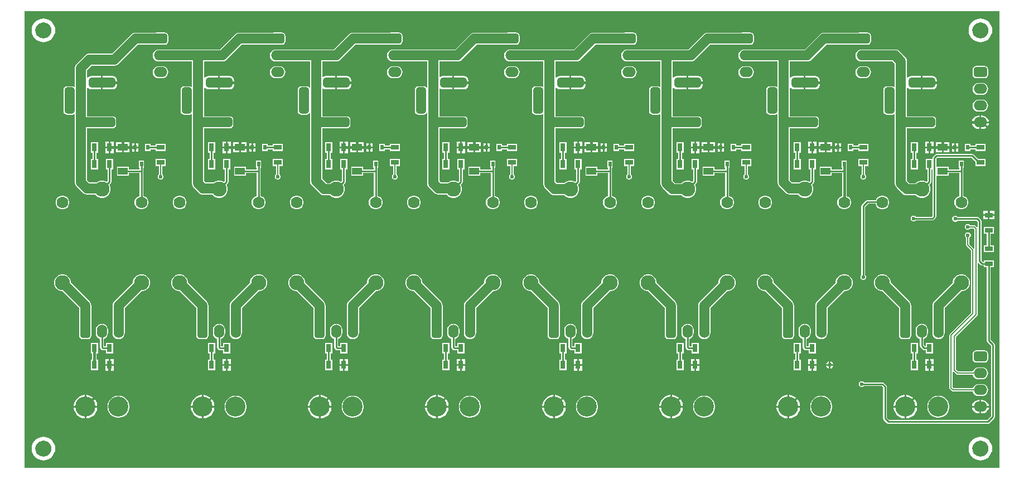
<source format=gtl>
G04*
G04 #@! TF.GenerationSoftware,Altium Limited,Altium Designer,21.6.1 (37)*
G04*
G04 Layer_Physical_Order=1*
G04 Layer_Color=255*
%FSTAX24Y24*%
%MOIN*%
G70*
G04*
G04 #@! TF.SameCoordinates,59C10F7D-216A-4877-8410-82FF31B31C47*
G04*
G04*
G04 #@! TF.FilePolarity,Positive*
G04*
G01*
G75*
%ADD10C,0.0100*%
%ADD11C,0.0150*%
%ADD15R,0.0488X0.0300*%
%ADD16R,0.0300X0.0488*%
%ADD17R,0.0600X0.0400*%
%ADD18R,0.0197X0.0315*%
%ADD32C,0.0070*%
%ADD33C,0.0600*%
%ADD34O,0.0600X0.0800*%
G04:AMPARAMS|DCode=35|XSize=80mil|YSize=60mil|CornerRadius=15mil|HoleSize=0mil|Usage=FLASHONLY|Rotation=270.000|XOffset=0mil|YOffset=0mil|HoleType=Round|Shape=RoundedRectangle|*
%AMROUNDEDRECTD35*
21,1,0.0800,0.0300,0,0,270.0*
21,1,0.0500,0.0600,0,0,270.0*
1,1,0.0300,-0.0150,-0.0250*
1,1,0.0300,-0.0150,0.0250*
1,1,0.0300,0.0150,0.0250*
1,1,0.0300,0.0150,-0.0250*
%
%ADD35ROUNDEDRECTD35*%
%ADD36C,0.1200*%
G04:AMPARAMS|DCode=37|XSize=157.5mil|YSize=59.1mil|CornerRadius=14.8mil|HoleSize=0mil|Usage=FLASHONLY|Rotation=270.000|XOffset=0mil|YOffset=0mil|HoleType=Round|Shape=RoundedRectangle|*
%AMROUNDEDRECTD37*
21,1,0.1575,0.0295,0,0,270.0*
21,1,0.1280,0.0591,0,0,270.0*
1,1,0.0295,-0.0148,-0.0640*
1,1,0.0295,-0.0148,0.0640*
1,1,0.0295,0.0148,0.0640*
1,1,0.0295,0.0148,-0.0640*
%
%ADD37ROUNDEDRECTD37*%
G04:AMPARAMS|DCode=38|XSize=157.5mil|YSize=59.1mil|CornerRadius=14.8mil|HoleSize=0mil|Usage=FLASHONLY|Rotation=180.000|XOffset=0mil|YOffset=0mil|HoleType=Round|Shape=RoundedRectangle|*
%AMROUNDEDRECTD38*
21,1,0.1575,0.0295,0,0,180.0*
21,1,0.1280,0.0591,0,0,180.0*
1,1,0.0295,-0.0640,0.0148*
1,1,0.0295,0.0640,0.0148*
1,1,0.0295,0.0640,-0.0148*
1,1,0.0295,-0.0640,-0.0148*
%
%ADD38ROUNDEDRECTD38*%
%ADD39O,0.0800X0.0600*%
G04:AMPARAMS|DCode=40|XSize=80mil|YSize=60mil|CornerRadius=15mil|HoleSize=0mil|Usage=FLASHONLY|Rotation=180.000|XOffset=0mil|YOffset=0mil|HoleType=Round|Shape=RoundedRectangle|*
%AMROUNDEDRECTD40*
21,1,0.0800,0.0300,0,0,180.0*
21,1,0.0500,0.0600,0,0,180.0*
1,1,0.0300,-0.0250,0.0150*
1,1,0.0300,0.0250,0.0150*
1,1,0.0300,0.0250,-0.0150*
1,1,0.0300,-0.0250,-0.0150*
%
%ADD40ROUNDEDRECTD40*%
%ADD41C,0.0700*%
%ADD42C,0.0900*%
%ADD43C,0.0236*%
G36*
X062688Y018512D02*
X004412D01*
X004412Y045788D01*
X062688D01*
Y018512D01*
D02*
G37*
%LPC*%
G36*
X0548Y044514D02*
X0543D01*
X054295Y044513D01*
X0522D01*
X0522Y044513D01*
X052106Y044501D01*
X052018Y044464D01*
X051943Y044407D01*
X051943Y044407D01*
X05105Y043513D01*
X04745D01*
X047356Y043501D01*
X047268Y043464D01*
X047193Y043407D01*
X047136Y043332D01*
X047099Y043244D01*
X047087Y04315D01*
X047099Y043056D01*
X047136Y042968D01*
X047193Y042893D01*
X047268Y042836D01*
X047356Y042799D01*
X04745Y042787D01*
X049437D01*
Y041289D01*
X049387Y041263D01*
X04934Y041294D01*
X049259Y041311D01*
X048963D01*
X048882Y041294D01*
X048814Y041249D01*
X048768Y04118D01*
X048752Y041099D01*
Y039819D01*
X048768Y039738D01*
X048814Y03967D01*
X048882Y039624D01*
X048963Y039608D01*
X049259D01*
X04934Y039624D01*
X049387Y039655D01*
X049437Y039629D01*
Y03915D01*
Y035557D01*
X049449Y035463D01*
X049486Y035376D01*
X049543Y035301D01*
X049893Y034951D01*
X049968Y034893D01*
X050056Y034857D01*
X05015Y034844D01*
X05015Y034844D01*
X050638D01*
X050642Y034837D01*
X050737Y034742D01*
X050853Y034675D01*
X050983Y03464D01*
X051117D01*
X051247Y034675D01*
X051363Y034742D01*
X051458Y034837D01*
X051525Y034953D01*
X05156Y035083D01*
Y035217D01*
X051525Y035347D01*
X051481Y035423D01*
X051579Y035521D01*
X051579Y035521D01*
X051604Y035557D01*
X051612Y0356D01*
X051612Y0356D01*
Y036346D01*
X05171D01*
Y036954D01*
X05129D01*
Y036346D01*
X051388D01*
Y035646D01*
X051323Y035581D01*
X051247Y035625D01*
X051117Y03566D01*
X050983D01*
X050853Y035625D01*
X050758Y035571D01*
X0503D01*
X050163Y035708D01*
Y038787D01*
X05105D01*
X051079Y038791D01*
X05169D01*
X051771Y038807D01*
X051839Y038853D01*
X051885Y038921D01*
X051901Y039002D01*
Y039298D01*
X051885Y039379D01*
X051839Y039447D01*
X051771Y039493D01*
X05169Y039509D01*
X051079D01*
X05105Y039513D01*
X050163D01*
Y041209D01*
X050213Y041224D01*
X050232Y041196D01*
X050314Y041141D01*
X05041Y041122D01*
X051D01*
Y041522D01*
Y041922D01*
X05041D01*
X050314Y041903D01*
X050232Y041848D01*
X050213Y04182D01*
X050163Y041836D01*
Y042787D01*
X0512D01*
X051294Y042799D01*
X051382Y042836D01*
X051457Y042893D01*
X05235Y043787D01*
X054295D01*
X0543Y043786D01*
X0548D01*
X054882Y043802D01*
X054951Y043849D01*
X054998Y043918D01*
X055014Y044D01*
Y0443D01*
X054998Y044382D01*
X054951Y044451D01*
X054882Y044498D01*
X0548Y044514D01*
D02*
G37*
G36*
X0478D02*
X0473D01*
X047295Y044513D01*
X04525D01*
X04525Y044513D01*
X045156Y044501D01*
X045068Y044464D01*
X044993Y044407D01*
X044993Y044407D01*
X0441Y043513D01*
X04045D01*
X040356Y043501D01*
X040268Y043464D01*
X040193Y043407D01*
X040136Y043332D01*
X040099Y043244D01*
X040087Y04315D01*
X040099Y043056D01*
X040136Y042968D01*
X040193Y042893D01*
X040268Y042836D01*
X040356Y042799D01*
X04045Y042787D01*
X042437D01*
Y041289D01*
X042387Y041263D01*
X04234Y041294D01*
X042259Y041311D01*
X041963D01*
X041882Y041294D01*
X041814Y041249D01*
X041768Y04118D01*
X041752Y041099D01*
Y039819D01*
X041768Y039738D01*
X041814Y03967D01*
X041882Y039624D01*
X041963Y039608D01*
X042259D01*
X04234Y039624D01*
X042387Y039655D01*
X042437Y039629D01*
Y03915D01*
Y0355D01*
X042449Y035406D01*
X042486Y035318D01*
X042543Y035243D01*
X042893Y034893D01*
X042968Y034836D01*
X043056Y034799D01*
X04315Y034787D01*
X04315Y034787D01*
X043692D01*
X043737Y034742D01*
X043853Y034675D01*
X043983Y03464D01*
X044117D01*
X044247Y034675D01*
X044363Y034742D01*
X044458Y034837D01*
X044525Y034953D01*
X04456Y035083D01*
Y035217D01*
X044525Y035347D01*
X044481Y035423D01*
X044579Y035521D01*
X044579Y035521D01*
X044604Y035557D01*
X044612Y0356D01*
X044612Y0356D01*
Y036346D01*
X04471D01*
Y036954D01*
X04429D01*
Y036346D01*
X044388D01*
Y035646D01*
X044323Y035581D01*
X044247Y035625D01*
X044117Y03566D01*
X043983D01*
X043853Y035625D01*
X043737Y035558D01*
X043692Y035513D01*
X0433D01*
X043163Y03565D01*
Y038787D01*
X04405D01*
X044079Y038791D01*
X04469D01*
X044771Y038807D01*
X044839Y038853D01*
X044885Y038921D01*
X044901Y039002D01*
Y039298D01*
X044885Y039379D01*
X044839Y039447D01*
X044771Y039493D01*
X04469Y039509D01*
X044079D01*
X04405Y039513D01*
X043163D01*
Y041209D01*
X043213Y041224D01*
X043232Y041196D01*
X043314Y041141D01*
X04341Y041122D01*
X044D01*
Y041522D01*
Y041922D01*
X04341D01*
X043314Y041903D01*
X043232Y041848D01*
X043213Y04182D01*
X043163Y041836D01*
Y042787D01*
X04425D01*
X044344Y042799D01*
X044432Y042836D01*
X044507Y042893D01*
X0454Y043787D01*
X047295D01*
X0473Y043786D01*
X0478D01*
X047882Y043802D01*
X047951Y043849D01*
X047998Y043918D01*
X048014Y044D01*
Y0443D01*
X047998Y044382D01*
X047951Y044451D01*
X047882Y044498D01*
X0478Y044514D01*
D02*
G37*
G36*
X0408D02*
X0403D01*
X040295Y044513D01*
X0384D01*
X0384Y044513D01*
X038306Y044501D01*
X038218Y044464D01*
X038143Y044407D01*
X038143Y044407D01*
X03725Y043513D01*
X03345D01*
X033356Y043501D01*
X033268Y043464D01*
X033193Y043407D01*
X033136Y043332D01*
X033099Y043244D01*
X033087Y04315D01*
X033099Y043056D01*
X033136Y042968D01*
X033193Y042893D01*
X033268Y042836D01*
X033356Y042799D01*
X03345Y042787D01*
X035437D01*
Y041289D01*
X035387Y041263D01*
X03534Y041294D01*
X035259Y041311D01*
X034963D01*
X034882Y041294D01*
X034814Y041249D01*
X034768Y04118D01*
X034752Y041099D01*
Y039819D01*
X034768Y039738D01*
X034814Y03967D01*
X034882Y039624D01*
X034963Y039608D01*
X035259D01*
X03534Y039624D01*
X035387Y039655D01*
X035437Y039629D01*
Y03915D01*
Y03546D01*
X035449Y035366D01*
X035486Y035278D01*
X035543Y035203D01*
X035843Y034903D01*
X035918Y034846D01*
X036006Y034809D01*
X0361Y034797D01*
X036682D01*
X036737Y034742D01*
X036853Y034675D01*
X036983Y03464D01*
X037117D01*
X037247Y034675D01*
X037363Y034742D01*
X037458Y034837D01*
X037525Y034953D01*
X03756Y035083D01*
Y035217D01*
X037525Y035347D01*
X037481Y035423D01*
X037579Y035521D01*
X037579Y035521D01*
X037604Y035557D01*
X037612Y0356D01*
X037612Y0356D01*
Y036346D01*
X03771D01*
Y036954D01*
X03729D01*
Y036346D01*
X037388D01*
Y035646D01*
X037323Y035581D01*
X037247Y035625D01*
X037117Y03566D01*
X036983D01*
X036853Y035625D01*
X036737Y035558D01*
X036702Y035523D01*
X03625D01*
X036163Y03561D01*
Y038787D01*
X03705D01*
X037079Y038791D01*
X03769D01*
X037771Y038807D01*
X037839Y038853D01*
X037885Y038921D01*
X037901Y039002D01*
Y039298D01*
X037885Y039379D01*
X037839Y039447D01*
X037771Y039493D01*
X03769Y039509D01*
X037079D01*
X03705Y039513D01*
X036163D01*
Y041209D01*
X036213Y041224D01*
X036232Y041196D01*
X036314Y041141D01*
X03641Y041122D01*
X037D01*
Y041522D01*
Y041922D01*
X03641D01*
X036314Y041903D01*
X036232Y041848D01*
X036213Y04182D01*
X036163Y041836D01*
Y042787D01*
X0374D01*
X037494Y042799D01*
X037582Y042836D01*
X037657Y042893D01*
X03855Y043787D01*
X040295D01*
X0403Y043786D01*
X0408D01*
X040882Y043802D01*
X040951Y043849D01*
X040998Y043918D01*
X041014Y044D01*
Y0443D01*
X040998Y044382D01*
X040951Y044451D01*
X040882Y044498D01*
X0408Y044514D01*
D02*
G37*
G36*
X0338D02*
X0333D01*
X033295Y044513D01*
X0313D01*
X0313Y044513D01*
X031206Y044501D01*
X031118Y044464D01*
X031043Y044407D01*
X031043Y044407D01*
X03015Y043513D01*
X02645D01*
X026356Y043501D01*
X026268Y043464D01*
X026193Y043407D01*
X026136Y043332D01*
X026099Y043244D01*
X026087Y04315D01*
X026099Y043056D01*
X026136Y042968D01*
X026193Y042893D01*
X026268Y042836D01*
X026356Y042799D01*
X02645Y042787D01*
X028487D01*
Y041221D01*
X028437Y041206D01*
X028408Y041249D01*
X02834Y041294D01*
X028259Y041311D01*
X027963D01*
X027882Y041294D01*
X027814Y041249D01*
X027768Y04118D01*
X027752Y041099D01*
Y039819D01*
X027768Y039738D01*
X027814Y03967D01*
X027882Y039624D01*
X027963Y039608D01*
X028259D01*
X02834Y039624D01*
X028408Y03967D01*
X028437Y039712D01*
X028487Y039697D01*
Y03915D01*
Y035507D01*
X028499Y035413D01*
X028536Y035326D01*
X028593Y035251D01*
X028893Y034951D01*
X028968Y034893D01*
X029056Y034857D01*
X02915Y034844D01*
X029638D01*
X029642Y034837D01*
X029737Y034742D01*
X029853Y034675D01*
X029983Y03464D01*
X030117D01*
X030247Y034675D01*
X030363Y034742D01*
X030458Y034837D01*
X030525Y034953D01*
X03056Y035083D01*
Y035217D01*
X030525Y035347D01*
X030481Y035423D01*
X030579Y035521D01*
X030579Y035521D01*
X030604Y035557D01*
X030612Y0356D01*
X030612Y0356D01*
Y036346D01*
X03071D01*
Y036954D01*
X03029D01*
Y036346D01*
X030388D01*
Y035646D01*
X030323Y035581D01*
X030247Y035625D01*
X030117Y03566D01*
X029983D01*
X029853Y035625D01*
X029758Y035571D01*
X0293D01*
X029213Y035658D01*
Y038787D01*
X03005D01*
X030079Y038791D01*
X03069D01*
X030771Y038807D01*
X030839Y038853D01*
X030885Y038921D01*
X030901Y039002D01*
Y039298D01*
X030885Y039379D01*
X030839Y039447D01*
X030771Y039493D01*
X03069Y039509D01*
X030079D01*
X03005Y039513D01*
X029213D01*
Y041148D01*
X029263Y041175D01*
X029314Y041141D01*
X02941Y041122D01*
X03D01*
Y041522D01*
Y041922D01*
X02941D01*
X029314Y041903D01*
X029263Y041869D01*
X029213Y041896D01*
Y042787D01*
X0303D01*
X030394Y042799D01*
X030482Y042836D01*
X030557Y042893D01*
X03145Y043787D01*
X033295D01*
X0333Y043786D01*
X0338D01*
X033882Y043802D01*
X033951Y043849D01*
X033998Y043918D01*
X034014Y044D01*
Y0443D01*
X033998Y044382D01*
X033951Y044451D01*
X033882Y044498D01*
X0338Y044514D01*
D02*
G37*
G36*
X0268D02*
X0263D01*
X026295Y044513D01*
X02405D01*
X02405Y044513D01*
X023956Y044501D01*
X023868Y044464D01*
X023793Y044407D01*
X023793Y044407D01*
X0229Y043513D01*
X01945D01*
X019356Y043501D01*
X019268Y043464D01*
X019193Y043407D01*
X019136Y043332D01*
X019099Y043244D01*
X019087Y04315D01*
X019099Y043056D01*
X019136Y042968D01*
X019193Y042893D01*
X019268Y042836D01*
X019356Y042799D01*
X01945Y042787D01*
X021487D01*
Y041221D01*
X021437Y041206D01*
X021408Y041249D01*
X02134Y041294D01*
X021259Y041311D01*
X020963D01*
X020882Y041294D01*
X020814Y041249D01*
X020768Y04118D01*
X020752Y041099D01*
Y039819D01*
X020768Y039738D01*
X020814Y03967D01*
X020882Y039624D01*
X020963Y039608D01*
X021259D01*
X02134Y039624D01*
X021408Y03967D01*
X021437Y039712D01*
X021487Y039697D01*
Y03915D01*
Y035635D01*
X021499Y035541D01*
X021536Y035453D01*
X021593Y035378D01*
X022078Y034893D01*
X022078Y034893D01*
X022153Y034836D01*
X022241Y034799D01*
X022335Y034787D01*
X022335Y034787D01*
X022692D01*
X022737Y034742D01*
X022853Y034675D01*
X022983Y03464D01*
X023117D01*
X023247Y034675D01*
X023363Y034742D01*
X023458Y034837D01*
X023525Y034953D01*
X02356Y035083D01*
Y035217D01*
X023525Y035347D01*
X023481Y035423D01*
X023579Y035521D01*
X023579Y035521D01*
X023604Y035557D01*
X023612Y0356D01*
X023612Y0356D01*
Y036346D01*
X02371D01*
Y036954D01*
X02329D01*
Y036346D01*
X023388D01*
Y035646D01*
X023323Y035581D01*
X023247Y035625D01*
X023117Y03566D01*
X022983D01*
X022853Y035625D01*
X022737Y035558D01*
X022692Y035513D01*
X022485D01*
X022213Y035785D01*
Y038787D01*
X02305D01*
X023079Y038791D01*
X02369D01*
X023771Y038807D01*
X023839Y038853D01*
X023885Y038921D01*
X023901Y039002D01*
Y039298D01*
X023885Y039379D01*
X023839Y039447D01*
X023771Y039493D01*
X02369Y039509D01*
X023079D01*
X02305Y039513D01*
X022213D01*
Y041148D01*
X022263Y041175D01*
X022314Y041141D01*
X02241Y041122D01*
X023D01*
Y041522D01*
Y041922D01*
X02241D01*
X022314Y041903D01*
X022263Y041869D01*
X022213Y041896D01*
Y042787D01*
X02305D01*
X023144Y042799D01*
X023232Y042836D01*
X023307Y042893D01*
X0242Y043787D01*
X026295D01*
X0263Y043786D01*
X0268D01*
X026882Y043802D01*
X026951Y043849D01*
X026998Y043918D01*
X027014Y044D01*
Y0443D01*
X026998Y044382D01*
X026951Y044451D01*
X026882Y044498D01*
X0268Y044514D01*
D02*
G37*
G36*
X0198D02*
X0193D01*
X019295Y044513D01*
X01725D01*
X01725Y044513D01*
X017156Y044501D01*
X017068Y044464D01*
X016993Y044407D01*
X016993Y044407D01*
X0161Y043513D01*
X01245D01*
X012356Y043501D01*
X012268Y043464D01*
X012193Y043407D01*
X012136Y043332D01*
X012099Y043244D01*
X012087Y04315D01*
X012099Y043056D01*
X012136Y042968D01*
X012193Y042893D01*
X012268Y042836D01*
X012356Y042799D01*
X01245Y042787D01*
X014437D01*
Y041289D01*
X014387Y041263D01*
X01434Y041294D01*
X014259Y041311D01*
X013963D01*
X013882Y041294D01*
X013814Y041249D01*
X013768Y04118D01*
X013752Y041099D01*
Y039819D01*
X013768Y039738D01*
X013814Y03967D01*
X013882Y039624D01*
X013963Y039608D01*
X014259D01*
X01434Y039624D01*
X014387Y039655D01*
X014437Y039629D01*
Y03915D01*
Y03549D01*
X014449Y035396D01*
X014486Y035308D01*
X014543Y035233D01*
X014843Y034933D01*
X014918Y034876D01*
X015006Y034839D01*
X0151Y034827D01*
X015652D01*
X015737Y034742D01*
X015853Y034675D01*
X015983Y03464D01*
X016117D01*
X016247Y034675D01*
X016363Y034742D01*
X016458Y034837D01*
X016525Y034953D01*
X01656Y035083D01*
Y035217D01*
X016525Y035347D01*
X016481Y035423D01*
X016579Y035521D01*
X016579Y035521D01*
X016604Y035557D01*
X016612Y0356D01*
X016612Y0356D01*
Y036346D01*
X01671D01*
Y036954D01*
X01629D01*
Y036346D01*
X016388D01*
Y035646D01*
X016323Y035581D01*
X016247Y035625D01*
X016117Y03566D01*
X015983D01*
X015853Y035625D01*
X015737Y035558D01*
X015732Y035553D01*
X01525D01*
X015163Y03564D01*
Y038787D01*
X01605D01*
X016079Y038791D01*
X01669D01*
X016771Y038807D01*
X016839Y038853D01*
X016885Y038921D01*
X016901Y039002D01*
Y039298D01*
X016885Y039379D01*
X016839Y039447D01*
X016771Y039493D01*
X01669Y039509D01*
X016079D01*
X01605Y039513D01*
X015163D01*
Y041209D01*
X015213Y041224D01*
X015232Y041196D01*
X015314Y041141D01*
X01541Y041122D01*
X016D01*
Y041522D01*
Y041922D01*
X01541D01*
X015314Y041903D01*
X015232Y041848D01*
X015213Y04182D01*
X015163Y041836D01*
Y042787D01*
X01625D01*
X016344Y042799D01*
X016432Y042836D01*
X016507Y042893D01*
X0174Y043787D01*
X019295D01*
X0193Y043786D01*
X0198D01*
X019882Y043802D01*
X019951Y043849D01*
X019998Y043918D01*
X020014Y044D01*
Y0443D01*
X019998Y044382D01*
X019951Y044451D01*
X019882Y044498D01*
X0198Y044514D01*
D02*
G37*
G36*
X06155Y045354D02*
X061413Y04534D01*
X061281Y0453D01*
X061159Y045235D01*
X061052Y045148D01*
X060965Y045041D01*
X0609Y044919D01*
X06086Y044787D01*
X060846Y04465D01*
X06086Y044513D01*
X0609Y044381D01*
X060965Y044259D01*
X061052Y044152D01*
X061159Y044065D01*
X061281Y044D01*
X061413Y04396D01*
X06155Y043946D01*
X061687Y04396D01*
X061819Y044D01*
X061941Y044065D01*
X062048Y044152D01*
X062135Y044259D01*
X0622Y044381D01*
X06224Y044513D01*
X062254Y04465D01*
X06224Y044787D01*
X0622Y044919D01*
X062135Y045041D01*
X062048Y045148D01*
X061941Y045235D01*
X061819Y0453D01*
X061687Y04534D01*
X06155Y045354D01*
D02*
G37*
G36*
X00555D02*
X005413Y04534D01*
X005281Y0453D01*
X005159Y045235D01*
X005052Y045148D01*
X004965Y045041D01*
X0049Y044919D01*
X00486Y044787D01*
X004846Y04465D01*
X00486Y044513D01*
X0049Y044381D01*
X004965Y044259D01*
X005052Y044152D01*
X005159Y044065D01*
X005281Y044D01*
X005413Y04396D01*
X00555Y043946D01*
X005687Y04396D01*
X005819Y044D01*
X005941Y044065D01*
X006048Y044152D01*
X006135Y044259D01*
X0062Y044381D01*
X00624Y044513D01*
X006254Y04465D01*
X00624Y044787D01*
X0062Y044919D01*
X006135Y045041D01*
X006048Y045148D01*
X005941Y045235D01*
X005819Y0453D01*
X005687Y04534D01*
X00555Y045354D01*
D02*
G37*
G36*
X0128Y044514D02*
X0123D01*
X012295Y044513D01*
X01105D01*
X010956Y044501D01*
X010868Y044464D01*
X010793Y044407D01*
X00965Y043263D01*
X0083D01*
X0083Y043263D01*
X008206Y043251D01*
X008118Y043214D01*
X008043Y043157D01*
X007543Y042657D01*
X007486Y042582D01*
X007449Y042494D01*
X007437Y0424D01*
Y041289D01*
X007387Y041263D01*
X00734Y041294D01*
X007259Y041311D01*
X006963D01*
X006882Y041294D01*
X006814Y041249D01*
X006768Y04118D01*
X006752Y041099D01*
Y039819D01*
X006768Y039738D01*
X006814Y03967D01*
X006882Y039624D01*
X006963Y039608D01*
X007259D01*
X00734Y039624D01*
X007387Y039655D01*
X007437Y039629D01*
Y03915D01*
Y035557D01*
X007449Y035463D01*
X007486Y035376D01*
X007543Y035301D01*
X007893Y034951D01*
X007968Y034893D01*
X008056Y034857D01*
X00815Y034844D01*
X00815Y034844D01*
X008638D01*
X008642Y034837D01*
X008737Y034742D01*
X008853Y034675D01*
X008983Y03464D01*
X009117D01*
X009247Y034675D01*
X009363Y034742D01*
X009458Y034837D01*
X009525Y034953D01*
X00956Y035083D01*
Y035217D01*
X009525Y035347D01*
X009481Y035423D01*
X009579Y035521D01*
X009579Y035521D01*
X009604Y035557D01*
X009612Y0356D01*
X009612Y0356D01*
Y036346D01*
X00971D01*
Y036954D01*
X00929D01*
Y036346D01*
X009388D01*
Y035646D01*
X009323Y035581D01*
X009247Y035625D01*
X009117Y03566D01*
X008983D01*
X008853Y035625D01*
X008758Y035571D01*
X0083D01*
X008163Y035708D01*
Y038787D01*
X00905D01*
X009079Y038791D01*
X00969D01*
X009771Y038807D01*
X009839Y038853D01*
X009885Y038921D01*
X009901Y039002D01*
Y039298D01*
X009885Y039379D01*
X009839Y039447D01*
X009771Y039493D01*
X00969Y039509D01*
X009079D01*
X00905Y039513D01*
X008163D01*
Y041209D01*
X008213Y041224D01*
X008232Y041196D01*
X008314Y041141D01*
X00841Y041122D01*
X009D01*
Y041522D01*
Y041922D01*
X00841D01*
X008314Y041903D01*
X008232Y041848D01*
X008213Y04182D01*
X008163Y041836D01*
Y04225D01*
X00845Y042537D01*
X0098D01*
X009894Y042549D01*
X009982Y042586D01*
X010057Y042643D01*
X0112Y043787D01*
X012295D01*
X0123Y043786D01*
X0128D01*
X012882Y043802D01*
X012951Y043849D01*
X012998Y043918D01*
X013014Y044D01*
Y0443D01*
X012998Y044382D01*
X012951Y044451D01*
X012882Y044498D01*
X0128Y044514D01*
D02*
G37*
G36*
X05465Y042513D02*
X05445D01*
X054356Y042501D01*
X054268Y042464D01*
X054193Y042407D01*
X054136Y042332D01*
X054099Y042244D01*
X054087Y04215D01*
X054099Y042056D01*
X054136Y041968D01*
X054193Y041893D01*
X054268Y041836D01*
X054356Y041799D01*
X05445Y041787D01*
X05465D01*
X054744Y041799D01*
X054832Y041836D01*
X054907Y041893D01*
X054964Y041968D01*
X055001Y042056D01*
X055013Y04215D01*
X055001Y042244D01*
X054964Y042332D01*
X054907Y042407D01*
X054832Y042464D01*
X054744Y042501D01*
X05465Y042513D01*
D02*
G37*
G36*
X04765D02*
X04745D01*
X047356Y042501D01*
X047268Y042464D01*
X047193Y042407D01*
X047136Y042332D01*
X047099Y042244D01*
X047087Y04215D01*
X047099Y042056D01*
X047136Y041968D01*
X047193Y041893D01*
X047268Y041836D01*
X047356Y041799D01*
X04745Y041787D01*
X04765D01*
X047744Y041799D01*
X047832Y041836D01*
X047907Y041893D01*
X047964Y041968D01*
X048001Y042056D01*
X048013Y04215D01*
X048001Y042244D01*
X047964Y042332D01*
X047907Y042407D01*
X047832Y042464D01*
X047744Y042501D01*
X04765Y042513D01*
D02*
G37*
G36*
X04065D02*
X04045D01*
X040356Y042501D01*
X040268Y042464D01*
X040193Y042407D01*
X040136Y042332D01*
X040099Y042244D01*
X040087Y04215D01*
X040099Y042056D01*
X040136Y041968D01*
X040193Y041893D01*
X040268Y041836D01*
X040356Y041799D01*
X04045Y041787D01*
X04065D01*
X040744Y041799D01*
X040832Y041836D01*
X040907Y041893D01*
X040964Y041968D01*
X041001Y042056D01*
X041013Y04215D01*
X041001Y042244D01*
X040964Y042332D01*
X040907Y042407D01*
X040832Y042464D01*
X040744Y042501D01*
X04065Y042513D01*
D02*
G37*
G36*
X03365D02*
X03345D01*
X033356Y042501D01*
X033268Y042464D01*
X033193Y042407D01*
X033136Y042332D01*
X033099Y042244D01*
X033087Y04215D01*
X033099Y042056D01*
X033136Y041968D01*
X033193Y041893D01*
X033268Y041836D01*
X033356Y041799D01*
X03345Y041787D01*
X03365D01*
X033744Y041799D01*
X033832Y041836D01*
X033907Y041893D01*
X033964Y041968D01*
X034001Y042056D01*
X034013Y04215D01*
X034001Y042244D01*
X033964Y042332D01*
X033907Y042407D01*
X033832Y042464D01*
X033744Y042501D01*
X03365Y042513D01*
D02*
G37*
G36*
X02665D02*
X02645D01*
X026356Y042501D01*
X026268Y042464D01*
X026193Y042407D01*
X026136Y042332D01*
X026099Y042244D01*
X026087Y04215D01*
X026099Y042056D01*
X026136Y041968D01*
X026193Y041893D01*
X026268Y041836D01*
X026356Y041799D01*
X02645Y041787D01*
X02665D01*
X026744Y041799D01*
X026832Y041836D01*
X026907Y041893D01*
X026964Y041968D01*
X027001Y042056D01*
X027013Y04215D01*
X027001Y042244D01*
X026964Y042332D01*
X026907Y042407D01*
X026832Y042464D01*
X026744Y042501D01*
X02665Y042513D01*
D02*
G37*
G36*
X01965D02*
X01945D01*
X019356Y042501D01*
X019268Y042464D01*
X019193Y042407D01*
X019136Y042332D01*
X019099Y042244D01*
X019087Y04215D01*
X019099Y042056D01*
X019136Y041968D01*
X019193Y041893D01*
X019268Y041836D01*
X019356Y041799D01*
X01945Y041787D01*
X01965D01*
X019744Y041799D01*
X019832Y041836D01*
X019907Y041893D01*
X019964Y041968D01*
X020001Y042056D01*
X020013Y04215D01*
X020001Y042244D01*
X019964Y042332D01*
X019907Y042407D01*
X019832Y042464D01*
X019744Y042501D01*
X01965Y042513D01*
D02*
G37*
G36*
X01265D02*
X01245D01*
X012356Y042501D01*
X012268Y042464D01*
X012193Y042407D01*
X012136Y042332D01*
X012099Y042244D01*
X012087Y04215D01*
X012099Y042056D01*
X012136Y041968D01*
X012193Y041893D01*
X012268Y041836D01*
X012356Y041799D01*
X01245Y041787D01*
X01265D01*
X012744Y041799D01*
X012832Y041836D01*
X012907Y041893D01*
X012964Y041968D01*
X013001Y042056D01*
X013013Y04215D01*
X013001Y042244D01*
X012964Y042332D01*
X012907Y042407D01*
X012832Y042464D01*
X012744Y042501D01*
X01265Y042513D01*
D02*
G37*
G36*
X0618Y042514D02*
X0613D01*
X061218Y042498D01*
X061149Y042451D01*
X061102Y042382D01*
X061086Y0423D01*
Y042D01*
X061102Y041918D01*
X061149Y041849D01*
X061218Y041802D01*
X0613Y041786D01*
X0618D01*
X061882Y041802D01*
X061951Y041849D01*
X061998Y041918D01*
X062014Y042D01*
Y0423D01*
X061998Y042382D01*
X061951Y042451D01*
X061882Y042498D01*
X0618Y042514D01*
D02*
G37*
G36*
X03769Y041922D02*
X0371D01*
Y041572D01*
X037942D01*
Y04167D01*
X037923Y041766D01*
X037868Y041848D01*
X037786Y041903D01*
X03769Y041922D01*
D02*
G37*
G36*
X01669D02*
X0161D01*
Y041572D01*
X016942D01*
Y04167D01*
X016923Y041766D01*
X016868Y041848D01*
X016786Y041903D01*
X01669Y041922D01*
D02*
G37*
G36*
X05869D02*
X0581D01*
Y041572D01*
X058942D01*
Y04167D01*
X058923Y041766D01*
X058868Y041848D01*
X058786Y041903D01*
X05869Y041922D01*
D02*
G37*
G36*
X04469D02*
X0441D01*
Y041572D01*
X044942D01*
Y04167D01*
X044923Y041766D01*
X044868Y041848D01*
X044786Y041903D01*
X04469Y041922D01*
D02*
G37*
G36*
X03069D02*
X0301D01*
Y041572D01*
X030942D01*
Y04167D01*
X030923Y041766D01*
X030868Y041848D01*
X030786Y041903D01*
X03069Y041922D01*
D02*
G37*
G36*
X00969D02*
X0091D01*
Y041572D01*
X009942D01*
Y04167D01*
X009923Y041766D01*
X009868Y041848D01*
X009786Y041903D01*
X00969Y041922D01*
D02*
G37*
G36*
X05169D02*
X0511D01*
Y041572D01*
X051942D01*
Y04167D01*
X051923Y041766D01*
X051868Y041848D01*
X051786Y041903D01*
X05169Y041922D01*
D02*
G37*
G36*
X02369D02*
X0231D01*
Y041572D01*
X023942D01*
Y04167D01*
X023923Y041766D01*
X023868Y041848D01*
X023786Y041903D01*
X02369Y041922D01*
D02*
G37*
G36*
X056449Y043513D02*
X05445D01*
X054356Y043501D01*
X054268Y043464D01*
X054193Y043407D01*
X054136Y043332D01*
X054099Y043244D01*
X054087Y04315D01*
X054099Y043056D01*
X054136Y042968D01*
X054193Y042893D01*
X054268Y042836D01*
X054356Y042799D01*
X05445Y042787D01*
X056298D01*
X056437Y042648D01*
Y041289D01*
X056387Y041263D01*
X05634Y041294D01*
X056259Y041311D01*
X055963D01*
X055882Y041294D01*
X055814Y041249D01*
X055768Y04118D01*
X055752Y041099D01*
Y039819D01*
X055768Y039738D01*
X055814Y03967D01*
X055882Y039624D01*
X055963Y039608D01*
X056259D01*
X05634Y039624D01*
X056387Y039655D01*
X056437Y039629D01*
Y03915D01*
Y0355D01*
X056449Y035406D01*
X056486Y035318D01*
X056543Y035243D01*
X056893Y034893D01*
X056968Y034836D01*
X057056Y034799D01*
X05715Y034787D01*
X05715Y034787D01*
X057692D01*
X057737Y034742D01*
X057853Y034675D01*
X057983Y03464D01*
X058117D01*
X058247Y034675D01*
X058363Y034742D01*
X058458Y034837D01*
X058525Y034953D01*
X05856Y035083D01*
Y035217D01*
X058525Y035347D01*
X058481Y035423D01*
X058579Y035521D01*
X058579Y035521D01*
X058604Y035557D01*
X058612Y0356D01*
X058612Y0356D01*
Y036346D01*
X058688D01*
Y033571D01*
X058629Y033512D01*
X05769D01*
X057651Y033551D01*
X057585Y033578D01*
X057515D01*
X057449Y033551D01*
X057399Y033501D01*
X057372Y033435D01*
Y033365D01*
X057399Y033299D01*
X057449Y033249D01*
X057515Y033222D01*
X057585D01*
X057651Y033249D01*
X05769Y033288D01*
X058675D01*
X058675Y033288D01*
X058718Y033296D01*
X058754Y033321D01*
X058879Y033446D01*
X058879Y033446D01*
X058904Y033482D01*
X058912Y033525D01*
X058912Y033525D01*
Y035934D01*
X05894Y035973D01*
X058962Y035973D01*
X05966D01*
Y036121D01*
X0603D01*
Y034757D01*
X060254Y034745D01*
X06016Y034691D01*
X060084Y034614D01*
X06003Y034521D01*
X060002Y034417D01*
Y034309D01*
X06003Y034204D01*
X060084Y034111D01*
X06016Y034035D01*
X060254Y033981D01*
X060358Y033953D01*
X060466D01*
X06057Y033981D01*
X060664Y034035D01*
X06074Y034111D01*
X060794Y034204D01*
X060822Y034309D01*
Y034417D01*
X060794Y034521D01*
X06074Y034614D01*
X060664Y034691D01*
X06057Y034745D01*
X060524Y034757D01*
Y036233D01*
Y036433D01*
X060571D01*
Y036867D01*
X060254D01*
Y036433D01*
X0603D01*
Y036345D01*
X05966D01*
Y036493D01*
X058962D01*
X05894Y036493D01*
X058912Y036531D01*
Y036979D01*
X058971Y037038D01*
X061009D01*
X061246Y036801D01*
Y03654D01*
X061854D01*
Y03696D01*
X061405D01*
X061135Y037229D01*
X061099Y037254D01*
X061056Y037262D01*
X061056Y037262D01*
X058925D01*
X058925Y037262D01*
X058882Y037254D01*
X058846Y037229D01*
X058846Y037229D01*
X058721Y037104D01*
X058696Y037068D01*
X058688Y037025D01*
X058688Y037025D01*
Y036954D01*
X05829D01*
Y036346D01*
X058388D01*
Y035646D01*
X058323Y035581D01*
X058247Y035625D01*
X058117Y03566D01*
X057983D01*
X057853Y035625D01*
X057737Y035558D01*
X057692Y035513D01*
X0573D01*
X057163Y03565D01*
Y038787D01*
X05805D01*
X058079Y038791D01*
X05869D01*
X058771Y038807D01*
X058839Y038853D01*
X058885Y038921D01*
X058901Y039002D01*
Y039298D01*
X058885Y039379D01*
X058839Y039447D01*
X058771Y039493D01*
X05869Y039509D01*
X058079D01*
X05805Y039513D01*
X057163D01*
Y041209D01*
X057213Y041224D01*
X057232Y041196D01*
X057314Y041141D01*
X05741Y041122D01*
X058D01*
Y041522D01*
Y041922D01*
X05741D01*
X057314Y041903D01*
X057232Y041848D01*
X057213Y04182D01*
X057163Y041836D01*
Y042799D01*
X057151Y042893D01*
X057114Y04298D01*
X057057Y043055D01*
X057057Y043055D01*
X056705Y043407D01*
X05663Y043464D01*
X056543Y043501D01*
X056449Y043513D01*
D02*
G37*
G36*
X058942Y041472D02*
X0581D01*
Y041122D01*
X05869D01*
X058786Y041141D01*
X058868Y041196D01*
X058923Y041278D01*
X058942Y041374D01*
Y041472D01*
D02*
G37*
G36*
X051942D02*
X0511D01*
Y041122D01*
X05169D01*
X051786Y041141D01*
X051868Y041196D01*
X051923Y041278D01*
X051942Y041374D01*
Y041472D01*
D02*
G37*
G36*
X044942D02*
X0441D01*
Y041122D01*
X04469D01*
X044786Y041141D01*
X044868Y041196D01*
X044923Y041278D01*
X044942Y041374D01*
Y041472D01*
D02*
G37*
G36*
X037942D02*
X0371D01*
Y041122D01*
X03769D01*
X037786Y041141D01*
X037868Y041196D01*
X037923Y041278D01*
X037942Y041374D01*
Y041472D01*
D02*
G37*
G36*
X030942D02*
X0301D01*
Y041122D01*
X03069D01*
X030786Y041141D01*
X030868Y041196D01*
X030923Y041278D01*
X030942Y041374D01*
Y041472D01*
D02*
G37*
G36*
X023942D02*
X0231D01*
Y041122D01*
X02369D01*
X023786Y041141D01*
X023868Y041196D01*
X023923Y041278D01*
X023942Y041374D01*
Y041472D01*
D02*
G37*
G36*
X016942D02*
X0161D01*
Y041122D01*
X01669D01*
X016786Y041141D01*
X016868Y041196D01*
X016923Y041278D01*
X016942Y041374D01*
Y041472D01*
D02*
G37*
G36*
X009942D02*
X0091D01*
Y041122D01*
X00969D01*
X009786Y041141D01*
X009868Y041196D01*
X009923Y041278D01*
X009942Y041374D01*
Y041472D01*
D02*
G37*
G36*
X06165Y041513D02*
X06145D01*
X061356Y041501D01*
X061268Y041464D01*
X061193Y041407D01*
X061136Y041332D01*
X061099Y041244D01*
X061087Y04115D01*
X061099Y041056D01*
X061136Y040968D01*
X061193Y040893D01*
X061268Y040836D01*
X061356Y040799D01*
X06145Y040787D01*
X06165D01*
X061744Y040799D01*
X061832Y040836D01*
X061907Y040893D01*
X061964Y040968D01*
X062001Y041056D01*
X062013Y04115D01*
X062001Y041244D01*
X061964Y041332D01*
X061907Y041407D01*
X061832Y041464D01*
X061744Y041501D01*
X06165Y041513D01*
D02*
G37*
G36*
Y040513D02*
X06145D01*
X061356Y040501D01*
X061268Y040464D01*
X061193Y040407D01*
X061136Y040332D01*
X061099Y040244D01*
X061087Y04015D01*
X061099Y040056D01*
X061136Y039968D01*
X061193Y039893D01*
X061268Y039836D01*
X061356Y039799D01*
X06145Y039787D01*
X06165D01*
X061744Y039799D01*
X061832Y039836D01*
X061907Y039893D01*
X061964Y039968D01*
X062001Y040056D01*
X062013Y04015D01*
X062001Y040244D01*
X061964Y040332D01*
X061907Y040407D01*
X061832Y040464D01*
X061744Y040501D01*
X06165Y040513D01*
D02*
G37*
G36*
Y039553D02*
X0616D01*
Y0392D01*
X062047D01*
X06204Y039254D01*
X061999Y039352D01*
X061935Y039435D01*
X061852Y039499D01*
X061754Y03954D01*
X06165Y039553D01*
D02*
G37*
G36*
X0615D02*
X06145D01*
X061346Y03954D01*
X061248Y039499D01*
X061165Y039435D01*
X061101Y039352D01*
X06106Y039254D01*
X061053Y0392D01*
X0615D01*
Y039553D01*
D02*
G37*
G36*
X062047Y0391D02*
X0616D01*
Y038747D01*
X06165D01*
X061754Y03876D01*
X061852Y038801D01*
X061935Y038865D01*
X061999Y038948D01*
X06204Y039046D01*
X062047Y0391D01*
D02*
G37*
G36*
X0615D02*
X061053D01*
X06106Y039046D01*
X061101Y038948D01*
X061165Y038865D01*
X061248Y038801D01*
X061346Y03876D01*
X06145Y038747D01*
X0615D01*
Y0391D01*
D02*
G37*
G36*
X0597Y03795D02*
X05935D01*
Y0377D01*
X0597D01*
Y03795D01*
D02*
G37*
G36*
X0527D02*
X05235D01*
Y0377D01*
X0527D01*
Y03795D01*
D02*
G37*
G36*
X0457D02*
X04535D01*
Y0377D01*
X0457D01*
Y03795D01*
D02*
G37*
G36*
X0387D02*
X03835D01*
Y0377D01*
X0387D01*
Y03795D01*
D02*
G37*
G36*
X0317D02*
X03135D01*
Y0377D01*
X0317D01*
Y03795D01*
D02*
G37*
G36*
X0247D02*
X02435D01*
Y0377D01*
X0247D01*
Y03795D01*
D02*
G37*
G36*
X0177D02*
X01735D01*
Y0377D01*
X0177D01*
Y03795D01*
D02*
G37*
G36*
X0107D02*
X01035D01*
Y0377D01*
X0107D01*
Y03795D01*
D02*
G37*
G36*
X060237Y037907D02*
X060088D01*
Y0377D01*
X060237D01*
Y037907D01*
D02*
G37*
G36*
X059988D02*
X05984D01*
Y0377D01*
X059988D01*
Y037907D01*
D02*
G37*
G36*
X05875Y037994D02*
X05855D01*
Y0377D01*
X05875D01*
Y037994D01*
D02*
G37*
G36*
X05845D02*
X05825D01*
Y0377D01*
X05845D01*
Y037994D01*
D02*
G37*
G36*
X053237Y037907D02*
X053088D01*
Y0377D01*
X053237D01*
Y037907D01*
D02*
G37*
G36*
X052988D02*
X05284D01*
Y0377D01*
X052988D01*
Y037907D01*
D02*
G37*
G36*
X05175Y037994D02*
X05155D01*
Y0377D01*
X05175D01*
Y037994D01*
D02*
G37*
G36*
X05145D02*
X05125D01*
Y0377D01*
X05145D01*
Y037994D01*
D02*
G37*
G36*
X046237Y037907D02*
X046088D01*
Y0377D01*
X046237D01*
Y037907D01*
D02*
G37*
G36*
X045988D02*
X04584D01*
Y0377D01*
X045988D01*
Y037907D01*
D02*
G37*
G36*
X04475Y037994D02*
X04455D01*
Y0377D01*
X04475D01*
Y037994D01*
D02*
G37*
G36*
X04445D02*
X04425D01*
Y0377D01*
X04445D01*
Y037994D01*
D02*
G37*
G36*
X039237Y037907D02*
X039088D01*
Y0377D01*
X039237D01*
Y037907D01*
D02*
G37*
G36*
X038988D02*
X03884D01*
Y0377D01*
X038988D01*
Y037907D01*
D02*
G37*
G36*
X03775Y037994D02*
X03755D01*
Y0377D01*
X03775D01*
Y037994D01*
D02*
G37*
G36*
X03745D02*
X03725D01*
Y0377D01*
X03745D01*
Y037994D01*
D02*
G37*
G36*
X032237Y037907D02*
X032088D01*
Y0377D01*
X032237D01*
Y037907D01*
D02*
G37*
G36*
X031988D02*
X03184D01*
Y0377D01*
X031988D01*
Y037907D01*
D02*
G37*
G36*
X03075Y037994D02*
X03055D01*
Y0377D01*
X03075D01*
Y037994D01*
D02*
G37*
G36*
X03045D02*
X03025D01*
Y0377D01*
X03045D01*
Y037994D01*
D02*
G37*
G36*
X025237Y037907D02*
X025088D01*
Y0377D01*
X025237D01*
Y037907D01*
D02*
G37*
G36*
X024988D02*
X02484D01*
Y0377D01*
X024988D01*
Y037907D01*
D02*
G37*
G36*
X02375Y037994D02*
X02355D01*
Y0377D01*
X02375D01*
Y037994D01*
D02*
G37*
G36*
X02345D02*
X02325D01*
Y0377D01*
X02345D01*
Y037994D01*
D02*
G37*
G36*
X018237Y037907D02*
X018088D01*
Y0377D01*
X018237D01*
Y037907D01*
D02*
G37*
G36*
X017988D02*
X01784D01*
Y0377D01*
X017988D01*
Y037907D01*
D02*
G37*
G36*
X01675Y037994D02*
X01655D01*
Y0377D01*
X01675D01*
Y037994D01*
D02*
G37*
G36*
X01645D02*
X01625D01*
Y0377D01*
X01645D01*
Y037994D01*
D02*
G37*
G36*
X011237Y037907D02*
X011088D01*
Y0377D01*
X011237D01*
Y037907D01*
D02*
G37*
G36*
X010988D02*
X01084D01*
Y0377D01*
X010988D01*
Y037907D01*
D02*
G37*
G36*
X00975Y037994D02*
X00955D01*
Y0377D01*
X00975D01*
Y037994D01*
D02*
G37*
G36*
X00945D02*
X00925D01*
Y0377D01*
X00945D01*
Y037994D01*
D02*
G37*
G36*
X05925Y03795D02*
X0589D01*
Y0377D01*
X05925D01*
Y03795D01*
D02*
G37*
G36*
X05225D02*
X0519D01*
Y0377D01*
X05225D01*
Y03795D01*
D02*
G37*
G36*
X04525D02*
X0449D01*
Y0377D01*
X04525D01*
Y03795D01*
D02*
G37*
G36*
X03825D02*
X0379D01*
Y0377D01*
X03825D01*
Y03795D01*
D02*
G37*
G36*
X03125D02*
X0309D01*
Y0377D01*
X03125D01*
Y03795D01*
D02*
G37*
G36*
X02425D02*
X0239D01*
Y0377D01*
X02425D01*
Y03795D01*
D02*
G37*
G36*
X01725D02*
X0169D01*
Y0377D01*
X01725D01*
Y03795D01*
D02*
G37*
G36*
X01025D02*
X0099D01*
Y0377D01*
X01025D01*
Y03795D01*
D02*
G37*
G36*
X060945Y037867D02*
X060628D01*
Y037433D01*
X060945D01*
Y037538D01*
X061246D01*
Y03744D01*
X061854D01*
Y03786D01*
X061246D01*
Y037762D01*
X060945D01*
Y037867D01*
D02*
G37*
G36*
X053945D02*
X053628D01*
Y037433D01*
X053945D01*
Y037538D01*
X054246D01*
Y03744D01*
X054854D01*
Y03786D01*
X054246D01*
Y037762D01*
X053945D01*
Y037867D01*
D02*
G37*
G36*
X046945D02*
X046628D01*
Y037433D01*
X046945D01*
Y037538D01*
X047246D01*
Y03744D01*
X047854D01*
Y03786D01*
X047246D01*
Y037762D01*
X046945D01*
Y037867D01*
D02*
G37*
G36*
X039945D02*
X039628D01*
Y037433D01*
X039945D01*
Y037538D01*
X040246D01*
Y03744D01*
X040854D01*
Y03786D01*
X040246D01*
Y037762D01*
X039945D01*
Y037867D01*
D02*
G37*
G36*
X032945D02*
X032628D01*
Y037433D01*
X032945D01*
Y037538D01*
X033246D01*
Y03744D01*
X033854D01*
Y03786D01*
X033246D01*
Y037762D01*
X032945D01*
Y037867D01*
D02*
G37*
G36*
X025945D02*
X025628D01*
Y037433D01*
X025945D01*
Y037538D01*
X026246D01*
Y03744D01*
X026854D01*
Y03786D01*
X026246D01*
Y037762D01*
X025945D01*
Y037867D01*
D02*
G37*
G36*
X018945D02*
X018628D01*
Y037433D01*
X018945D01*
Y037538D01*
X019246D01*
Y03744D01*
X019854D01*
Y03786D01*
X019246D01*
Y037762D01*
X018945D01*
Y037867D01*
D02*
G37*
G36*
X011945D02*
X011628D01*
Y037433D01*
X011945D01*
Y037538D01*
X012246D01*
Y03744D01*
X012854D01*
Y03786D01*
X012246D01*
Y037762D01*
X011945D01*
Y037867D01*
D02*
G37*
G36*
X060237Y0376D02*
X060088D01*
Y037393D01*
X060237D01*
Y0376D01*
D02*
G37*
G36*
X059988D02*
X05984D01*
Y037393D01*
X059988D01*
Y0376D01*
D02*
G37*
G36*
X053237D02*
X053088D01*
Y037393D01*
X053237D01*
Y0376D01*
D02*
G37*
G36*
X052988D02*
X05284D01*
Y037393D01*
X052988D01*
Y0376D01*
D02*
G37*
G36*
X046237D02*
X046088D01*
Y037393D01*
X046237D01*
Y0376D01*
D02*
G37*
G36*
X045988D02*
X04584D01*
Y037393D01*
X045988D01*
Y0376D01*
D02*
G37*
G36*
X039237D02*
X039088D01*
Y037393D01*
X039237D01*
Y0376D01*
D02*
G37*
G36*
X038988D02*
X03884D01*
Y037393D01*
X038988D01*
Y0376D01*
D02*
G37*
G36*
X032237D02*
X032088D01*
Y037393D01*
X032237D01*
Y0376D01*
D02*
G37*
G36*
X031988D02*
X03184D01*
Y037393D01*
X031988D01*
Y0376D01*
D02*
G37*
G36*
X025237D02*
X025088D01*
Y037393D01*
X025237D01*
Y0376D01*
D02*
G37*
G36*
X024988D02*
X02484D01*
Y037393D01*
X024988D01*
Y0376D01*
D02*
G37*
G36*
X018237D02*
X018088D01*
Y037393D01*
X018237D01*
Y0376D01*
D02*
G37*
G36*
X017988D02*
X01784D01*
Y037393D01*
X017988D01*
Y0376D01*
D02*
G37*
G36*
X011237D02*
X011088D01*
Y037393D01*
X011237D01*
Y0376D01*
D02*
G37*
G36*
X010988D02*
X01084D01*
Y037393D01*
X010988D01*
Y0376D01*
D02*
G37*
G36*
X0597D02*
X05935D01*
Y03735D01*
X0597D01*
Y0376D01*
D02*
G37*
G36*
X05925D02*
X0589D01*
Y03735D01*
X05925D01*
Y0376D01*
D02*
G37*
G36*
X0527D02*
X05235D01*
Y03735D01*
X0527D01*
Y0376D01*
D02*
G37*
G36*
X05225D02*
X0519D01*
Y03735D01*
X05225D01*
Y0376D01*
D02*
G37*
G36*
X0457D02*
X04535D01*
Y03735D01*
X0457D01*
Y0376D01*
D02*
G37*
G36*
X04525D02*
X0449D01*
Y03735D01*
X04525D01*
Y0376D01*
D02*
G37*
G36*
X0387D02*
X03835D01*
Y03735D01*
X0387D01*
Y0376D01*
D02*
G37*
G36*
X03825D02*
X0379D01*
Y03735D01*
X03825D01*
Y0376D01*
D02*
G37*
G36*
X0317D02*
X03135D01*
Y03735D01*
X0317D01*
Y0376D01*
D02*
G37*
G36*
X03125D02*
X0309D01*
Y03735D01*
X03125D01*
Y0376D01*
D02*
G37*
G36*
X0247D02*
X02435D01*
Y03735D01*
X0247D01*
Y0376D01*
D02*
G37*
G36*
X02425D02*
X0239D01*
Y03735D01*
X02425D01*
Y0376D01*
D02*
G37*
G36*
X0177D02*
X01735D01*
Y03735D01*
X0177D01*
Y0376D01*
D02*
G37*
G36*
X01725D02*
X0169D01*
Y03735D01*
X01725D01*
Y0376D01*
D02*
G37*
G36*
X0107D02*
X01035D01*
Y03735D01*
X0107D01*
Y0376D01*
D02*
G37*
G36*
X01025D02*
X0099D01*
Y03735D01*
X01025D01*
Y0376D01*
D02*
G37*
G36*
X05875D02*
X05855D01*
Y037306D01*
X05875D01*
Y0376D01*
D02*
G37*
G36*
X05845D02*
X05825D01*
Y037306D01*
X05845D01*
Y0376D01*
D02*
G37*
G36*
X05175D02*
X05155D01*
Y037306D01*
X05175D01*
Y0376D01*
D02*
G37*
G36*
X05145D02*
X05125D01*
Y037306D01*
X05145D01*
Y0376D01*
D02*
G37*
G36*
X04475D02*
X04455D01*
Y037306D01*
X04475D01*
Y0376D01*
D02*
G37*
G36*
X04445D02*
X04425D01*
Y037306D01*
X04445D01*
Y0376D01*
D02*
G37*
G36*
X03775D02*
X03755D01*
Y037306D01*
X03775D01*
Y0376D01*
D02*
G37*
G36*
X03745D02*
X03725D01*
Y037306D01*
X03745D01*
Y0376D01*
D02*
G37*
G36*
X03075D02*
X03055D01*
Y037306D01*
X03075D01*
Y0376D01*
D02*
G37*
G36*
X03045D02*
X03025D01*
Y037306D01*
X03045D01*
Y0376D01*
D02*
G37*
G36*
X02375D02*
X02355D01*
Y037306D01*
X02375D01*
Y0376D01*
D02*
G37*
G36*
X02345D02*
X02325D01*
Y037306D01*
X02345D01*
Y0376D01*
D02*
G37*
G36*
X01675D02*
X01655D01*
Y037306D01*
X01675D01*
Y0376D01*
D02*
G37*
G36*
X01645D02*
X01625D01*
Y037306D01*
X01645D01*
Y0376D01*
D02*
G37*
G36*
X00975D02*
X00955D01*
Y037306D01*
X00975D01*
Y0376D01*
D02*
G37*
G36*
X00945D02*
X00925D01*
Y037306D01*
X00945D01*
Y0376D01*
D02*
G37*
G36*
X05781Y037954D02*
X05739D01*
Y037346D01*
X057488D01*
Y036954D01*
X05739D01*
Y036346D01*
X05781D01*
Y036954D01*
X057712D01*
Y037346D01*
X05781D01*
Y037954D01*
D02*
G37*
G36*
X05081D02*
X05039D01*
Y037346D01*
X050488D01*
Y036954D01*
X05039D01*
Y036346D01*
X05081D01*
Y036954D01*
X050712D01*
Y037346D01*
X05081D01*
Y037954D01*
D02*
G37*
G36*
X04381D02*
X04339D01*
Y037346D01*
X043488D01*
Y036954D01*
X04339D01*
Y036346D01*
X04381D01*
Y036954D01*
X043712D01*
Y037346D01*
X04381D01*
Y037954D01*
D02*
G37*
G36*
X03681D02*
X03639D01*
Y037346D01*
X036488D01*
Y036954D01*
X03639D01*
Y036346D01*
X03681D01*
Y036954D01*
X036712D01*
Y037346D01*
X03681D01*
Y037954D01*
D02*
G37*
G36*
X02981D02*
X02939D01*
Y037346D01*
X029488D01*
Y036954D01*
X02939D01*
Y036346D01*
X02981D01*
Y036954D01*
X029712D01*
Y037346D01*
X02981D01*
Y037954D01*
D02*
G37*
G36*
X02281D02*
X02239D01*
Y037346D01*
X022488D01*
Y036954D01*
X02239D01*
Y036346D01*
X02281D01*
Y036954D01*
X022712D01*
Y037346D01*
X02281D01*
Y037954D01*
D02*
G37*
G36*
X01581D02*
X01539D01*
Y037346D01*
X015488D01*
Y036954D01*
X01539D01*
Y036346D01*
X01581D01*
Y036954D01*
X015712D01*
Y037346D01*
X01581D01*
Y037954D01*
D02*
G37*
G36*
X00881D02*
X00839D01*
Y037346D01*
X008488D01*
Y036954D01*
X00839D01*
Y036346D01*
X00881D01*
Y036954D01*
X008712D01*
Y037346D01*
X00881D01*
Y037954D01*
D02*
G37*
G36*
X053571Y036867D02*
X053254D01*
Y036433D01*
X053275D01*
Y036345D01*
X05266D01*
Y036493D01*
X05194D01*
Y035973D01*
X05266D01*
Y036121D01*
X053275D01*
Y03475D01*
X053254Y034745D01*
X05316Y034691D01*
X053084Y034614D01*
X05303Y034521D01*
X053002Y034417D01*
Y034309D01*
X05303Y034204D01*
X053084Y034111D01*
X05316Y034035D01*
X053254Y033981D01*
X053358Y033953D01*
X053466D01*
X05357Y033981D01*
X053664Y034035D01*
X05374Y034111D01*
X053794Y034204D01*
X053822Y034309D01*
Y034417D01*
X053794Y034521D01*
X05374Y034614D01*
X053664Y034691D01*
X05357Y034745D01*
X05355Y03475D01*
Y036233D01*
Y036433D01*
X053571D01*
Y036867D01*
D02*
G37*
G36*
X046571D02*
X046254D01*
Y036433D01*
X0463D01*
Y036345D01*
X04566D01*
Y036493D01*
X04494D01*
Y035973D01*
X04566D01*
Y036121D01*
X0463D01*
Y034757D01*
X046254Y034745D01*
X04616Y034691D01*
X046084Y034614D01*
X04603Y034521D01*
X046002Y034417D01*
Y034309D01*
X04603Y034204D01*
X046084Y034111D01*
X04616Y034035D01*
X046254Y033981D01*
X046358Y033953D01*
X046466D01*
X04657Y033981D01*
X046664Y034035D01*
X04674Y034111D01*
X046794Y034204D01*
X046822Y034309D01*
Y034417D01*
X046794Y034521D01*
X04674Y034614D01*
X046664Y034691D01*
X04657Y034745D01*
X046524Y034757D01*
Y036233D01*
Y036433D01*
X046571D01*
Y036867D01*
D02*
G37*
G36*
X039571D02*
X039254D01*
Y036433D01*
X0393D01*
Y036345D01*
X03866D01*
Y036493D01*
X03794D01*
Y035973D01*
X03866D01*
Y036121D01*
X0393D01*
Y034757D01*
X039254Y034745D01*
X03916Y034691D01*
X039084Y034614D01*
X03903Y034521D01*
X039002Y034417D01*
Y034309D01*
X03903Y034204D01*
X039084Y034111D01*
X03916Y034035D01*
X039254Y033981D01*
X039358Y033953D01*
X039466D01*
X03957Y033981D01*
X039664Y034035D01*
X03974Y034111D01*
X039794Y034204D01*
X039822Y034309D01*
Y034417D01*
X039794Y034521D01*
X03974Y034614D01*
X039664Y034691D01*
X03957Y034745D01*
X039524Y034757D01*
Y036233D01*
Y036433D01*
X039571D01*
Y036867D01*
D02*
G37*
G36*
X032571D02*
X032254D01*
Y036433D01*
X0323D01*
Y036345D01*
X03166D01*
Y036493D01*
X03094D01*
Y035973D01*
X03166D01*
Y036121D01*
X0323D01*
Y034757D01*
X032254Y034745D01*
X03216Y034691D01*
X032084Y034614D01*
X03203Y034521D01*
X032002Y034417D01*
Y034309D01*
X03203Y034204D01*
X032084Y034111D01*
X03216Y034035D01*
X032254Y033981D01*
X032358Y033953D01*
X032466D01*
X03257Y033981D01*
X032664Y034035D01*
X03274Y034111D01*
X032794Y034204D01*
X032822Y034309D01*
Y034417D01*
X032794Y034521D01*
X03274Y034614D01*
X032664Y034691D01*
X03257Y034745D01*
X032524Y034757D01*
Y036233D01*
Y036433D01*
X032571D01*
Y036867D01*
D02*
G37*
G36*
X025571D02*
X025254D01*
Y036433D01*
X0253D01*
Y036345D01*
X02466D01*
Y036493D01*
X02394D01*
Y035973D01*
X02466D01*
Y036121D01*
X0253D01*
Y034757D01*
X025254Y034745D01*
X02516Y034691D01*
X025084Y034614D01*
X02503Y034521D01*
X025002Y034417D01*
Y034309D01*
X02503Y034204D01*
X025084Y034111D01*
X02516Y034035D01*
X025254Y033981D01*
X025358Y033953D01*
X025466D01*
X02557Y033981D01*
X025664Y034035D01*
X02574Y034111D01*
X025794Y034204D01*
X025822Y034309D01*
Y034417D01*
X025794Y034521D01*
X02574Y034614D01*
X025664Y034691D01*
X02557Y034745D01*
X025524Y034757D01*
Y036233D01*
Y036433D01*
X025571D01*
Y036867D01*
D02*
G37*
G36*
X018571D02*
X018254D01*
Y036433D01*
X0183D01*
Y036345D01*
X01766D01*
Y036493D01*
X01694D01*
Y035973D01*
X01766D01*
Y036121D01*
X0183D01*
Y034757D01*
X018254Y034745D01*
X01816Y034691D01*
X018084Y034614D01*
X01803Y034521D01*
X018002Y034417D01*
Y034309D01*
X01803Y034204D01*
X018084Y034111D01*
X01816Y034035D01*
X018254Y033981D01*
X018358Y033953D01*
X018466D01*
X01857Y033981D01*
X018664Y034035D01*
X01874Y034111D01*
X018794Y034204D01*
X018822Y034309D01*
Y034417D01*
X018794Y034521D01*
X01874Y034614D01*
X018664Y034691D01*
X01857Y034745D01*
X018524Y034757D01*
Y036233D01*
Y036433D01*
X018571D01*
Y036867D01*
D02*
G37*
G36*
X011571D02*
X011254D01*
Y036433D01*
X0113D01*
Y036345D01*
X01066D01*
Y036493D01*
X00994D01*
Y035973D01*
X01066D01*
Y036121D01*
X0113D01*
Y034757D01*
X011254Y034745D01*
X01116Y034691D01*
X011084Y034614D01*
X01103Y034521D01*
X011002Y034417D01*
Y034309D01*
X01103Y034204D01*
X011084Y034111D01*
X01116Y034035D01*
X011254Y033981D01*
X011358Y033953D01*
X011466D01*
X01157Y033981D01*
X011664Y034035D01*
X01174Y034111D01*
X011794Y034204D01*
X011822Y034309D01*
Y034417D01*
X011794Y034521D01*
X01174Y034614D01*
X011664Y034691D01*
X01157Y034745D01*
X011524Y034757D01*
Y036233D01*
Y036433D01*
X011571D01*
Y036867D01*
D02*
G37*
G36*
X054854Y03696D02*
X054246D01*
Y03654D01*
X054453D01*
Y036053D01*
X054449Y036051D01*
X054399Y036001D01*
X054372Y035935D01*
Y035865D01*
X054399Y035799D01*
X054449Y035749D01*
X054515Y035722D01*
X054585D01*
X054651Y035749D01*
X054701Y035799D01*
X054728Y035865D01*
Y035935D01*
X054701Y036001D01*
X054651Y036051D01*
X054647Y036053D01*
Y03654D01*
X054854D01*
Y03696D01*
D02*
G37*
G36*
X047854D02*
X047246D01*
Y03654D01*
X047453D01*
Y036053D01*
X047449Y036051D01*
X047399Y036001D01*
X047372Y035935D01*
Y035865D01*
X047399Y035799D01*
X047449Y035749D01*
X047515Y035722D01*
X047585D01*
X047651Y035749D01*
X047701Y035799D01*
X047728Y035865D01*
Y035935D01*
X047701Y036001D01*
X047651Y036051D01*
X047647Y036053D01*
Y03654D01*
X047854D01*
Y03696D01*
D02*
G37*
G36*
X040854D02*
X040246D01*
Y03654D01*
X040453D01*
Y036053D01*
X040449Y036051D01*
X040399Y036001D01*
X040372Y035935D01*
Y035865D01*
X040399Y035799D01*
X040449Y035749D01*
X040515Y035722D01*
X040585D01*
X040651Y035749D01*
X040701Y035799D01*
X040728Y035865D01*
Y035935D01*
X040701Y036001D01*
X040651Y036051D01*
X040647Y036053D01*
Y03654D01*
X040854D01*
Y03696D01*
D02*
G37*
G36*
X033854D02*
X033246D01*
Y03654D01*
X033453D01*
Y036053D01*
X033449Y036051D01*
X033399Y036001D01*
X033372Y035935D01*
Y035865D01*
X033399Y035799D01*
X033449Y035749D01*
X033515Y035722D01*
X033585D01*
X033651Y035749D01*
X033701Y035799D01*
X033728Y035865D01*
Y035935D01*
X033701Y036001D01*
X033651Y036051D01*
X033647Y036053D01*
Y03654D01*
X033854D01*
Y03696D01*
D02*
G37*
G36*
X026854D02*
X026246D01*
Y03654D01*
X026453D01*
Y036053D01*
X026449Y036051D01*
X026399Y036001D01*
X026372Y035935D01*
Y035865D01*
X026399Y035799D01*
X026449Y035749D01*
X026515Y035722D01*
X026585D01*
X026651Y035749D01*
X026701Y035799D01*
X026728Y035865D01*
Y035935D01*
X026701Y036001D01*
X026651Y036051D01*
X026647Y036053D01*
Y03654D01*
X026854D01*
Y03696D01*
D02*
G37*
G36*
X019854D02*
X019246D01*
Y03654D01*
X019453D01*
Y036053D01*
X019449Y036051D01*
X019399Y036001D01*
X019372Y035935D01*
Y035865D01*
X019399Y035799D01*
X019449Y035749D01*
X019515Y035722D01*
X019585D01*
X019651Y035749D01*
X019701Y035799D01*
X019728Y035865D01*
Y035935D01*
X019701Y036001D01*
X019651Y036051D01*
X019647Y036053D01*
Y03654D01*
X019854D01*
Y03696D01*
D02*
G37*
G36*
X012854D02*
X012246D01*
Y03654D01*
X012453D01*
Y036053D01*
X012449Y036051D01*
X012399Y036001D01*
X012372Y035935D01*
Y035865D01*
X012399Y035799D01*
X012449Y035749D01*
X012515Y035722D01*
X012585D01*
X012651Y035749D01*
X012701Y035799D01*
X012728Y035865D01*
Y035935D01*
X012701Y036001D01*
X012651Y036051D01*
X012647Y036053D01*
Y03654D01*
X012854D01*
Y03696D01*
D02*
G37*
G36*
X055742Y034773D02*
X055634D01*
X05553Y034745D01*
X055436Y034691D01*
X05536Y034614D01*
X055306Y034521D01*
X055303Y034512D01*
X0548D01*
X054757Y034504D01*
X054721Y034479D01*
X054721Y034479D01*
X054471Y034229D01*
X054446Y034193D01*
X054438Y03415D01*
X054438Y03415D01*
Y03004D01*
X054399Y030001D01*
X054372Y029935D01*
Y029865D01*
X054399Y029799D01*
X054449Y029749D01*
X054515Y029722D01*
X054585D01*
X054651Y029749D01*
X054701Y029799D01*
X054728Y029865D01*
Y029935D01*
X054701Y030001D01*
X054662Y03004D01*
Y034104D01*
X054846Y034288D01*
X055283D01*
X055306Y034204D01*
X05536Y034111D01*
X055436Y034035D01*
X05553Y033981D01*
X055634Y033953D01*
X055742D01*
X055846Y033981D01*
X05594Y034035D01*
X056016Y034111D01*
X05607Y034204D01*
X056098Y034309D01*
Y034417D01*
X05607Y034521D01*
X056016Y034614D01*
X05594Y034691D01*
X055846Y034745D01*
X055742Y034773D01*
D02*
G37*
G36*
X048742D02*
X048634D01*
X04853Y034745D01*
X048436Y034691D01*
X04836Y034614D01*
X048306Y034521D01*
X048278Y034417D01*
Y034309D01*
X048306Y034204D01*
X04836Y034111D01*
X048436Y034035D01*
X04853Y033981D01*
X048634Y033953D01*
X048742D01*
X048846Y033981D01*
X04894Y034035D01*
X049016Y034111D01*
X04907Y034204D01*
X049098Y034309D01*
Y034417D01*
X04907Y034521D01*
X049016Y034614D01*
X04894Y034691D01*
X048846Y034745D01*
X048742Y034773D01*
D02*
G37*
G36*
X041742D02*
X041634D01*
X04153Y034745D01*
X041436Y034691D01*
X04136Y034614D01*
X041306Y034521D01*
X041278Y034417D01*
Y034309D01*
X041306Y034204D01*
X04136Y034111D01*
X041436Y034035D01*
X04153Y033981D01*
X041634Y033953D01*
X041742D01*
X041846Y033981D01*
X04194Y034035D01*
X042016Y034111D01*
X04207Y034204D01*
X042098Y034309D01*
Y034417D01*
X04207Y034521D01*
X042016Y034614D01*
X04194Y034691D01*
X041846Y034745D01*
X041742Y034773D01*
D02*
G37*
G36*
X034742D02*
X034634D01*
X03453Y034745D01*
X034436Y034691D01*
X03436Y034614D01*
X034306Y034521D01*
X034278Y034417D01*
Y034309D01*
X034306Y034204D01*
X03436Y034111D01*
X034436Y034035D01*
X03453Y033981D01*
X034634Y033953D01*
X034742D01*
X034846Y033981D01*
X03494Y034035D01*
X035016Y034111D01*
X03507Y034204D01*
X035098Y034309D01*
Y034417D01*
X03507Y034521D01*
X035016Y034614D01*
X03494Y034691D01*
X034846Y034745D01*
X034742Y034773D01*
D02*
G37*
G36*
X027742D02*
X027634D01*
X02753Y034745D01*
X027436Y034691D01*
X02736Y034614D01*
X027306Y034521D01*
X027278Y034417D01*
Y034309D01*
X027306Y034204D01*
X02736Y034111D01*
X027436Y034035D01*
X02753Y033981D01*
X027634Y033953D01*
X027742D01*
X027846Y033981D01*
X02794Y034035D01*
X028016Y034111D01*
X02807Y034204D01*
X028098Y034309D01*
Y034417D01*
X02807Y034521D01*
X028016Y034614D01*
X02794Y034691D01*
X027846Y034745D01*
X027742Y034773D01*
D02*
G37*
G36*
X020742D02*
X020634D01*
X02053Y034745D01*
X020436Y034691D01*
X02036Y034614D01*
X020306Y034521D01*
X020278Y034417D01*
Y034309D01*
X020306Y034204D01*
X02036Y034111D01*
X020436Y034035D01*
X02053Y033981D01*
X020634Y033953D01*
X020742D01*
X020846Y033981D01*
X02094Y034035D01*
X021016Y034111D01*
X02107Y034204D01*
X021098Y034309D01*
Y034417D01*
X02107Y034521D01*
X021016Y034614D01*
X02094Y034691D01*
X020846Y034745D01*
X020742Y034773D01*
D02*
G37*
G36*
X013742D02*
X013634D01*
X01353Y034745D01*
X013436Y034691D01*
X01336Y034614D01*
X013306Y034521D01*
X013278Y034417D01*
Y034309D01*
X013306Y034204D01*
X01336Y034111D01*
X013436Y034035D01*
X01353Y033981D01*
X013634Y033953D01*
X013742D01*
X013846Y033981D01*
X01394Y034035D01*
X014016Y034111D01*
X01407Y034204D01*
X014098Y034309D01*
Y034417D01*
X01407Y034521D01*
X014016Y034614D01*
X01394Y034691D01*
X013846Y034745D01*
X013742Y034773D01*
D02*
G37*
G36*
X006742D02*
X006634D01*
X00653Y034745D01*
X006436Y034691D01*
X00636Y034614D01*
X006306Y034521D01*
X006278Y034417D01*
Y034309D01*
X006306Y034204D01*
X00636Y034111D01*
X006436Y034035D01*
X00653Y033981D01*
X006634Y033953D01*
X006742D01*
X006846Y033981D01*
X00694Y034035D01*
X007016Y034111D01*
X00707Y034204D01*
X007098Y034309D01*
Y034417D01*
X00707Y034521D01*
X007016Y034614D01*
X00694Y034691D01*
X006846Y034745D01*
X006742Y034773D01*
D02*
G37*
G36*
X062394Y03385D02*
X0621D01*
Y03365D01*
X062394D01*
Y03385D01*
D02*
G37*
G36*
X062D02*
X061706D01*
Y03365D01*
X062D01*
Y03385D01*
D02*
G37*
G36*
X062394Y03355D02*
X0621D01*
Y03335D01*
X062394D01*
Y03355D01*
D02*
G37*
G36*
X062D02*
X061706D01*
Y03335D01*
X062D01*
Y03355D01*
D02*
G37*
G36*
X060075Y033568D02*
X060005D01*
X059939Y033541D01*
X059889Y033491D01*
X059862Y033425D01*
Y033355D01*
X059889Y033289D01*
X059939Y033239D01*
X060005Y033212D01*
X060075D01*
X060141Y033239D01*
X06018Y033278D01*
X061314D01*
X061388Y033204D01*
Y0329D01*
X061338Y032879D01*
X061248Y032968D01*
X061217Y032989D01*
X06118Y032997D01*
X060953D01*
X060951Y033001D01*
X060901Y033051D01*
X060835Y033078D01*
X060765D01*
X060699Y033051D01*
X060649Y033001D01*
X060622Y032935D01*
Y032865D01*
X060649Y032799D01*
X060699Y032749D01*
X060765Y032722D01*
X060835D01*
X060901Y032749D01*
X060951Y032799D01*
X060953Y032803D01*
X06114D01*
X061203Y03274D01*
Y03163D01*
X061153Y031609D01*
X060897Y031865D01*
Y032247D01*
X060901Y032249D01*
X060951Y032299D01*
X060978Y032365D01*
Y032435D01*
X060951Y032501D01*
X060901Y032551D01*
X060835Y032578D01*
X060765D01*
X060699Y032551D01*
X060649Y032501D01*
X060622Y032435D01*
Y032365D01*
X060649Y032299D01*
X060699Y032249D01*
X060703Y032247D01*
Y031825D01*
X060711Y031788D01*
X060732Y031757D01*
X061003Y031485D01*
Y027773D01*
X059732Y026501D01*
X059711Y02647D01*
X059703Y026433D01*
Y023275D01*
X059711Y023238D01*
X059732Y023207D01*
X059857Y023082D01*
X059888Y023061D01*
X059925Y023053D01*
X0611D01*
X061136Y022968D01*
X061193Y022893D01*
X061268Y022836D01*
X061356Y022799D01*
X06145Y022787D01*
X06165D01*
X061744Y022799D01*
X061832Y022836D01*
X061907Y022893D01*
X061964Y022968D01*
X062001Y023056D01*
X062013Y02315D01*
X062001Y023244D01*
X061964Y023332D01*
X061907Y023407D01*
X061832Y023464D01*
X061744Y023501D01*
X06165Y023513D01*
X06145D01*
X061356Y023501D01*
X061268Y023464D01*
X061193Y023407D01*
X061136Y023332D01*
X0611Y023247D01*
X059965D01*
X059897Y023315D01*
Y02422D01*
X059947Y024241D01*
X060107Y024082D01*
X060138Y024061D01*
X060175Y024053D01*
X0611D01*
X061136Y023968D01*
X061193Y023893D01*
X061268Y023836D01*
X061356Y023799D01*
X06145Y023787D01*
X06165D01*
X061744Y023799D01*
X061832Y023836D01*
X061907Y023893D01*
X061964Y023968D01*
X062001Y024056D01*
X062013Y02415D01*
X062001Y024244D01*
X061964Y024332D01*
X061907Y024407D01*
X061832Y024464D01*
X061744Y024501D01*
X06165Y024513D01*
X06145D01*
X061356Y024501D01*
X061268Y024464D01*
X061193Y024407D01*
X061136Y024332D01*
X0611Y024247D01*
X060215D01*
X060097Y024365D01*
Y02631D01*
X061368Y027582D01*
X061389Y027613D01*
X061397Y02765D01*
Y030724D01*
X061447Y030745D01*
X061571Y030621D01*
X061607Y030596D01*
X06165Y030588D01*
X06165Y030588D01*
X061746D01*
Y03049D01*
X061938D01*
Y0261D01*
X061938Y0261D01*
X061946Y026057D01*
X061971Y026021D01*
X062188Y025804D01*
Y021596D01*
X061954Y021362D01*
X056096D01*
X055962Y021496D01*
Y02335D01*
X055962Y02335D01*
X055954Y023393D01*
X055929Y023429D01*
X055779Y023579D01*
X055743Y023604D01*
X0557Y023612D01*
X0557Y023612D01*
X05459D01*
X054551Y023651D01*
X054485Y023678D01*
X054415D01*
X054349Y023651D01*
X054299Y023601D01*
X054272Y023535D01*
Y023465D01*
X054299Y023399D01*
X054349Y023349D01*
X054415Y023322D01*
X054485D01*
X054551Y023349D01*
X05459Y023388D01*
X055654D01*
X055738Y023304D01*
Y02145D01*
X055738Y02145D01*
X055746Y021407D01*
X055771Y021371D01*
X055971Y021171D01*
X055971Y021171D01*
X056007Y021146D01*
X05605Y021138D01*
X05605Y021138D01*
X062D01*
X062Y021138D01*
X062043Y021146D01*
X062079Y021171D01*
X062379Y021471D01*
X062404Y021507D01*
X062412Y02155D01*
X062412Y02155D01*
Y02585D01*
X062404Y025893D01*
X062379Y025929D01*
X062379Y025929D01*
X062162Y026146D01*
Y03049D01*
X062354D01*
Y03091D01*
X061746D01*
Y030813D01*
X061696Y030813D01*
X061612Y030896D01*
Y03325D01*
X061612Y03325D01*
X061604Y033293D01*
X061579Y033329D01*
X061579Y033329D01*
X061439Y033469D01*
X061403Y033494D01*
X06136Y033502D01*
X06136Y033502D01*
X06018D01*
X060141Y033541D01*
X060075Y033568D01*
D02*
G37*
G36*
X062354Y03291D02*
X061746D01*
Y03249D01*
X061938D01*
Y03181D01*
X061746D01*
Y03139D01*
X062354D01*
Y03181D01*
X062162D01*
Y03249D01*
X062354D01*
Y03291D01*
D02*
G37*
G36*
X060479Y030069D02*
X060345D01*
X060215Y030035D01*
X060099Y029968D01*
X060004Y029873D01*
X059937Y029756D01*
X059902Y029627D01*
Y029563D01*
X058793Y028454D01*
X058736Y028379D01*
X058699Y028291D01*
X058687Y028197D01*
Y02675D01*
Y02655D01*
X058699Y026456D01*
X058736Y026368D01*
X058793Y026293D01*
X058868Y026236D01*
X058956Y026199D01*
X05905Y026187D01*
X059144Y026199D01*
X059232Y026236D01*
X059307Y026293D01*
X059364Y026368D01*
X059401Y026456D01*
X059413Y02655D01*
Y02675D01*
Y028047D01*
X060416Y029049D01*
X060479D01*
X060609Y029084D01*
X060725Y029151D01*
X06082Y029246D01*
X060887Y029363D01*
X060922Y029492D01*
Y029627D01*
X060887Y029756D01*
X06082Y029873D01*
X060725Y029968D01*
X060609Y030035D01*
X060479Y030069D01*
D02*
G37*
G36*
X053479D02*
X053345D01*
X053215Y030035D01*
X053099Y029968D01*
X053004Y029873D01*
X052937Y029756D01*
X052902Y029627D01*
Y029563D01*
X051793Y028454D01*
X051736Y028379D01*
X051699Y028291D01*
X051687Y028197D01*
Y02675D01*
Y02655D01*
X051699Y026456D01*
X051736Y026368D01*
X051793Y026293D01*
X051868Y026236D01*
X051956Y026199D01*
X05205Y026187D01*
X052144Y026199D01*
X052232Y026236D01*
X052307Y026293D01*
X052364Y026368D01*
X052401Y026456D01*
X052413Y02655D01*
Y02675D01*
Y028047D01*
X053416Y029049D01*
X053479D01*
X053609Y029084D01*
X053725Y029151D01*
X05382Y029246D01*
X053887Y029363D01*
X053922Y029492D01*
Y029627D01*
X053887Y029756D01*
X05382Y029873D01*
X053725Y029968D01*
X053609Y030035D01*
X053479Y030069D01*
D02*
G37*
G36*
X046479D02*
X046345D01*
X046215Y030035D01*
X046099Y029968D01*
X046004Y029873D01*
X045937Y029756D01*
X045902Y029627D01*
Y029563D01*
X044793Y028454D01*
X044736Y028379D01*
X044699Y028291D01*
X044687Y028197D01*
Y02675D01*
Y02655D01*
X044699Y026456D01*
X044736Y026368D01*
X044793Y026293D01*
X044868Y026236D01*
X044956Y026199D01*
X04505Y026187D01*
X045144Y026199D01*
X045232Y026236D01*
X045307Y026293D01*
X045364Y026368D01*
X045401Y026456D01*
X045413Y02655D01*
Y02675D01*
Y028047D01*
X046416Y029049D01*
X046479D01*
X046609Y029084D01*
X046725Y029151D01*
X04682Y029246D01*
X046887Y029363D01*
X046922Y029492D01*
Y029627D01*
X046887Y029756D01*
X04682Y029873D01*
X046725Y029968D01*
X046609Y030035D01*
X046479Y030069D01*
D02*
G37*
G36*
X039479D02*
X039345D01*
X039215Y030035D01*
X039099Y029968D01*
X039004Y029873D01*
X038937Y029756D01*
X038902Y029627D01*
Y029563D01*
X037793Y028454D01*
X037736Y028379D01*
X037699Y028291D01*
X037687Y028197D01*
Y02675D01*
Y02655D01*
X037699Y026456D01*
X037736Y026368D01*
X037793Y026293D01*
X037868Y026236D01*
X037956Y026199D01*
X03805Y026187D01*
X038144Y026199D01*
X038232Y026236D01*
X038307Y026293D01*
X038364Y026368D01*
X038401Y026456D01*
X038413Y02655D01*
Y02675D01*
Y028047D01*
X039416Y029049D01*
X039479D01*
X039609Y029084D01*
X039725Y029151D01*
X03982Y029246D01*
X039887Y029363D01*
X039922Y029492D01*
Y029627D01*
X039887Y029756D01*
X03982Y029873D01*
X039725Y029968D01*
X039609Y030035D01*
X039479Y030069D01*
D02*
G37*
G36*
X032479D02*
X032345D01*
X032215Y030035D01*
X032099Y029968D01*
X032004Y029873D01*
X031937Y029756D01*
X031902Y029627D01*
Y029563D01*
X030793Y028454D01*
X030736Y028379D01*
X030699Y028291D01*
X030687Y028197D01*
Y02675D01*
Y02655D01*
X030699Y026456D01*
X030736Y026368D01*
X030793Y026293D01*
X030868Y026236D01*
X030956Y026199D01*
X03105Y026187D01*
X031144Y026199D01*
X031232Y026236D01*
X031307Y026293D01*
X031364Y026368D01*
X031401Y026456D01*
X031413Y02655D01*
Y02675D01*
Y028047D01*
X032416Y029049D01*
X032479D01*
X032609Y029084D01*
X032725Y029151D01*
X03282Y029246D01*
X032887Y029363D01*
X032922Y029492D01*
Y029627D01*
X032887Y029756D01*
X03282Y029873D01*
X032725Y029968D01*
X032609Y030035D01*
X032479Y030069D01*
D02*
G37*
G36*
X025479D02*
X025345D01*
X025215Y030035D01*
X025099Y029968D01*
X025004Y029873D01*
X024937Y029756D01*
X024902Y029627D01*
Y029563D01*
X023793Y028454D01*
X023736Y028379D01*
X023699Y028291D01*
X023687Y028197D01*
Y02675D01*
Y02655D01*
X023699Y026456D01*
X023736Y026368D01*
X023793Y026293D01*
X023868Y026236D01*
X023956Y026199D01*
X02405Y026187D01*
X024144Y026199D01*
X024232Y026236D01*
X024307Y026293D01*
X024364Y026368D01*
X024401Y026456D01*
X024413Y02655D01*
Y02675D01*
Y028047D01*
X025416Y029049D01*
X025479D01*
X025609Y029084D01*
X025725Y029151D01*
X02582Y029246D01*
X025887Y029363D01*
X025922Y029492D01*
Y029627D01*
X025887Y029756D01*
X02582Y029873D01*
X025725Y029968D01*
X025609Y030035D01*
X025479Y030069D01*
D02*
G37*
G36*
X018479D02*
X018345D01*
X018215Y030035D01*
X018099Y029968D01*
X018004Y029873D01*
X017937Y029756D01*
X017902Y029627D01*
Y029563D01*
X016793Y028454D01*
X016736Y028379D01*
X016699Y028291D01*
X016687Y028197D01*
Y02675D01*
Y02655D01*
X016699Y026456D01*
X016736Y026368D01*
X016793Y026293D01*
X016868Y026236D01*
X016956Y026199D01*
X01705Y026187D01*
X017144Y026199D01*
X017232Y026236D01*
X017307Y026293D01*
X017364Y026368D01*
X017401Y026456D01*
X017413Y02655D01*
Y02675D01*
Y028047D01*
X018416Y029049D01*
X018479D01*
X018609Y029084D01*
X018725Y029151D01*
X01882Y029246D01*
X018887Y029363D01*
X018922Y029492D01*
Y029627D01*
X018887Y029756D01*
X01882Y029873D01*
X018725Y029968D01*
X018609Y030035D01*
X018479Y030069D01*
D02*
G37*
G36*
X011479D02*
X011345D01*
X011215Y030035D01*
X011099Y029968D01*
X011004Y029873D01*
X010937Y029756D01*
X010902Y029627D01*
Y029563D01*
X009793Y028454D01*
X009736Y028379D01*
X009699Y028291D01*
X009687Y028197D01*
Y02675D01*
Y02655D01*
X009699Y026456D01*
X009736Y026368D01*
X009793Y026293D01*
X009868Y026236D01*
X009956Y026199D01*
X01005Y026187D01*
X010144Y026199D01*
X010232Y026236D01*
X010307Y026293D01*
X010364Y026368D01*
X010401Y026456D01*
X010413Y02655D01*
Y02675D01*
Y028047D01*
X011416Y029049D01*
X011479D01*
X011609Y029084D01*
X011725Y029151D01*
X01182Y029246D01*
X011887Y029363D01*
X011922Y029492D01*
Y029627D01*
X011887Y029756D01*
X01182Y029873D01*
X011725Y029968D01*
X011609Y030035D01*
X011479Y030069D01*
D02*
G37*
G36*
X055755D02*
X055621D01*
X055491Y030035D01*
X055375Y029968D01*
X05528Y029873D01*
X055213Y029756D01*
X055178Y029627D01*
Y029492D01*
X055213Y029363D01*
X05528Y029246D01*
X055375Y029151D01*
X055491Y029084D01*
X055621Y029049D01*
X055684D01*
X056687Y028047D01*
Y026905D01*
X056686Y0269D01*
Y0264D01*
X056702Y026318D01*
X056749Y026249D01*
X056818Y026202D01*
X0569Y026186D01*
X0572D01*
X057282Y026202D01*
X057351Y026249D01*
X057398Y026318D01*
X057414Y0264D01*
Y0269D01*
X057413Y026905D01*
Y028197D01*
X057401Y028291D01*
X057364Y028379D01*
X057307Y028454D01*
X057307Y028454D01*
X056198Y029563D01*
Y029627D01*
X056163Y029756D01*
X056096Y029873D01*
X056001Y029968D01*
X055885Y030035D01*
X055755Y030069D01*
D02*
G37*
G36*
X048755D02*
X048621D01*
X048491Y030035D01*
X048375Y029968D01*
X04828Y029873D01*
X048213Y029756D01*
X048178Y029627D01*
Y029492D01*
X048213Y029363D01*
X04828Y029246D01*
X048375Y029151D01*
X048491Y029084D01*
X048621Y029049D01*
X048684D01*
X049687Y028047D01*
Y026905D01*
X049686Y0269D01*
Y0264D01*
X049702Y026318D01*
X049749Y026249D01*
X049818Y026202D01*
X0499Y026186D01*
X0502D01*
X050282Y026202D01*
X050351Y026249D01*
X050398Y026318D01*
X050414Y0264D01*
Y0269D01*
X050413Y026905D01*
Y028197D01*
X050401Y028291D01*
X050364Y028379D01*
X050307Y028454D01*
X050307Y028454D01*
X049198Y029563D01*
Y029627D01*
X049163Y029756D01*
X049096Y029873D01*
X049001Y029968D01*
X048885Y030035D01*
X048755Y030069D01*
D02*
G37*
G36*
X041755D02*
X041621D01*
X041491Y030035D01*
X041375Y029968D01*
X04128Y029873D01*
X041213Y029756D01*
X041178Y029627D01*
Y029492D01*
X041213Y029363D01*
X04128Y029246D01*
X041375Y029151D01*
X041491Y029084D01*
X041621Y029049D01*
X041684D01*
X042687Y028047D01*
Y026905D01*
X042686Y0269D01*
Y0264D01*
X042702Y026318D01*
X042749Y026249D01*
X042818Y026202D01*
X0429Y026186D01*
X0432D01*
X043282Y026202D01*
X043351Y026249D01*
X043398Y026318D01*
X043414Y0264D01*
Y0269D01*
X043413Y026905D01*
Y028197D01*
X043401Y028291D01*
X043364Y028379D01*
X043307Y028454D01*
X043307Y028454D01*
X042198Y029563D01*
Y029627D01*
X042163Y029756D01*
X042096Y029873D01*
X042001Y029968D01*
X041885Y030035D01*
X041755Y030069D01*
D02*
G37*
G36*
X034755D02*
X034621D01*
X034491Y030035D01*
X034375Y029968D01*
X03428Y029873D01*
X034213Y029756D01*
X034178Y029627D01*
Y029492D01*
X034213Y029363D01*
X03428Y029246D01*
X034375Y029151D01*
X034491Y029084D01*
X034621Y029049D01*
X034684D01*
X035687Y028047D01*
Y026905D01*
X035686Y0269D01*
Y0264D01*
X035702Y026318D01*
X035749Y026249D01*
X035818Y026202D01*
X0359Y026186D01*
X0362D01*
X036282Y026202D01*
X036351Y026249D01*
X036398Y026318D01*
X036414Y0264D01*
Y0269D01*
X036413Y026905D01*
Y028197D01*
X036401Y028291D01*
X036364Y028379D01*
X036307Y028454D01*
X036307Y028454D01*
X035198Y029563D01*
Y029627D01*
X035163Y029756D01*
X035096Y029873D01*
X035001Y029968D01*
X034885Y030035D01*
X034755Y030069D01*
D02*
G37*
G36*
X027755D02*
X027621D01*
X027491Y030035D01*
X027375Y029968D01*
X02728Y029873D01*
X027213Y029756D01*
X027178Y029627D01*
Y029492D01*
X027213Y029363D01*
X02728Y029246D01*
X027375Y029151D01*
X027491Y029084D01*
X027621Y029049D01*
X027684D01*
X028687Y028047D01*
Y026905D01*
X028686Y0269D01*
Y0264D01*
X028702Y026318D01*
X028749Y026249D01*
X028818Y026202D01*
X0289Y026186D01*
X0292D01*
X029282Y026202D01*
X029351Y026249D01*
X029398Y026318D01*
X029414Y0264D01*
Y0269D01*
X029413Y026905D01*
Y028197D01*
X029401Y028291D01*
X029364Y028379D01*
X029307Y028454D01*
X029307Y028454D01*
X028198Y029563D01*
Y029627D01*
X028163Y029756D01*
X028096Y029873D01*
X028001Y029968D01*
X027885Y030035D01*
X027755Y030069D01*
D02*
G37*
G36*
X020755D02*
X020621D01*
X020491Y030035D01*
X020375Y029968D01*
X02028Y029873D01*
X020213Y029756D01*
X020178Y029627D01*
Y029492D01*
X020213Y029363D01*
X02028Y029246D01*
X020375Y029151D01*
X020491Y029084D01*
X020621Y029049D01*
X020684D01*
X021687Y028047D01*
Y026905D01*
X021686Y0269D01*
Y0264D01*
X021702Y026318D01*
X021749Y026249D01*
X021818Y026202D01*
X0219Y026186D01*
X0222D01*
X022282Y026202D01*
X022351Y026249D01*
X022398Y026318D01*
X022414Y0264D01*
Y0269D01*
X022413Y026905D01*
Y028197D01*
X022401Y028291D01*
X022364Y028379D01*
X022307Y028454D01*
X022307Y028454D01*
X021198Y029563D01*
Y029627D01*
X021163Y029756D01*
X021096Y029873D01*
X021001Y029968D01*
X020885Y030035D01*
X020755Y030069D01*
D02*
G37*
G36*
X013755D02*
X013621D01*
X013491Y030035D01*
X013375Y029968D01*
X01328Y029873D01*
X013213Y029756D01*
X013178Y029627D01*
Y029492D01*
X013213Y029363D01*
X01328Y029246D01*
X013375Y029151D01*
X013491Y029084D01*
X013621Y029049D01*
X013684D01*
X014687Y028047D01*
Y026905D01*
X014686Y0269D01*
Y0264D01*
X014702Y026318D01*
X014749Y026249D01*
X014818Y026202D01*
X0149Y026186D01*
X0152D01*
X015282Y026202D01*
X015351Y026249D01*
X015398Y026318D01*
X015414Y0264D01*
Y0269D01*
X015413Y026905D01*
Y028197D01*
X015401Y028291D01*
X015364Y028379D01*
X015307Y028454D01*
X015307Y028454D01*
X014198Y029563D01*
Y029627D01*
X014163Y029756D01*
X014096Y029873D01*
X014001Y029968D01*
X013885Y030035D01*
X013755Y030069D01*
D02*
G37*
G36*
X006755D02*
X006621D01*
X006491Y030035D01*
X006375Y029968D01*
X00628Y029873D01*
X006213Y029756D01*
X006178Y029627D01*
Y029492D01*
X006213Y029363D01*
X00628Y029246D01*
X006375Y029151D01*
X006491Y029084D01*
X006621Y029049D01*
X006684D01*
X007687Y028047D01*
Y026905D01*
X007686Y0269D01*
Y0264D01*
X007702Y026318D01*
X007749Y026249D01*
X007818Y026202D01*
X0079Y026186D01*
X0082D01*
X008282Y026202D01*
X008351Y026249D01*
X008398Y026318D01*
X008414Y0264D01*
Y0269D01*
X008413Y026905D01*
Y028197D01*
X008401Y028291D01*
X008364Y028379D01*
X008307Y028454D01*
X008307Y028454D01*
X007198Y029563D01*
Y029627D01*
X007163Y029756D01*
X007096Y029873D01*
X007001Y029968D01*
X006885Y030035D01*
X006755Y030069D01*
D02*
G37*
G36*
X05805Y027113D02*
X057956Y027101D01*
X057868Y027064D01*
X057793Y027007D01*
X057736Y026932D01*
X057699Y026844D01*
X057687Y02675D01*
Y02655D01*
X057699Y026456D01*
X057736Y026368D01*
X057793Y026293D01*
X057868Y026236D01*
X057938Y026207D01*
Y0258D01*
X057938Y0258D01*
X057946Y025757D01*
X057971Y025721D01*
X058121Y025571D01*
X058157Y025546D01*
X0582Y025538D01*
X0582Y025538D01*
X05829D01*
Y025346D01*
X05871D01*
Y025954D01*
X05829D01*
Y025778D01*
X05824Y025769D01*
X058162Y025846D01*
Y026207D01*
X058232Y026236D01*
X058307Y026293D01*
X058364Y026368D01*
X058401Y026456D01*
X058413Y02655D01*
Y02675D01*
X058401Y026844D01*
X058364Y026932D01*
X058307Y027007D01*
X058232Y027064D01*
X058144Y027101D01*
X05805Y027113D01*
D02*
G37*
G36*
X05105D02*
X050956Y027101D01*
X050868Y027064D01*
X050793Y027007D01*
X050736Y026932D01*
X050699Y026844D01*
X050687Y02675D01*
Y02655D01*
X050699Y026456D01*
X050736Y026368D01*
X050793Y026293D01*
X050868Y026236D01*
X050938Y026207D01*
Y025709D01*
X050938Y025709D01*
X050946Y025666D01*
X050971Y025629D01*
X051029Y025571D01*
X051029Y025571D01*
X051066Y025546D01*
X051109Y025538D01*
X05129D01*
Y025346D01*
X05171D01*
Y025954D01*
X05129D01*
Y025762D01*
X051162D01*
Y026207D01*
X051232Y026236D01*
X051307Y026293D01*
X051364Y026368D01*
X051401Y026456D01*
X051413Y02655D01*
Y02675D01*
X051401Y026844D01*
X051364Y026932D01*
X051307Y027007D01*
X051232Y027064D01*
X051144Y027101D01*
X05105Y027113D01*
D02*
G37*
G36*
X04405D02*
X043956Y027101D01*
X043868Y027064D01*
X043793Y027007D01*
X043736Y026932D01*
X043699Y026844D01*
X043687Y02675D01*
Y02655D01*
X043699Y026456D01*
X043736Y026368D01*
X043793Y026293D01*
X043868Y026236D01*
X043938Y026207D01*
Y025709D01*
X043938Y025709D01*
X043946Y025666D01*
X043971Y025629D01*
X044029Y025571D01*
X044029Y025571D01*
X044066Y025546D01*
X044109Y025538D01*
X04429D01*
Y025346D01*
X04471D01*
Y025954D01*
X04429D01*
Y025762D01*
X044162D01*
Y026207D01*
X044232Y026236D01*
X044307Y026293D01*
X044364Y026368D01*
X044401Y026456D01*
X044413Y02655D01*
Y02675D01*
X044401Y026844D01*
X044364Y026932D01*
X044307Y027007D01*
X044232Y027064D01*
X044144Y027101D01*
X04405Y027113D01*
D02*
G37*
G36*
X03705D02*
X036956Y027101D01*
X036868Y027064D01*
X036793Y027007D01*
X036736Y026932D01*
X036699Y026844D01*
X036687Y02675D01*
Y02655D01*
X036699Y026456D01*
X036736Y026368D01*
X036793Y026293D01*
X036868Y026236D01*
X036938Y026207D01*
Y025709D01*
X036938Y025709D01*
X036946Y025666D01*
X036971Y025629D01*
X037029Y025571D01*
X037029Y025571D01*
X037066Y025546D01*
X037109Y025538D01*
X03729D01*
Y025346D01*
X03771D01*
Y025954D01*
X03729D01*
Y025762D01*
X037162D01*
Y026207D01*
X037232Y026236D01*
X037307Y026293D01*
X037364Y026368D01*
X037401Y026456D01*
X037413Y02655D01*
Y02675D01*
X037401Y026844D01*
X037364Y026932D01*
X037307Y027007D01*
X037232Y027064D01*
X037144Y027101D01*
X03705Y027113D01*
D02*
G37*
G36*
X03005D02*
X029956Y027101D01*
X029868Y027064D01*
X029793Y027007D01*
X029736Y026932D01*
X029699Y026844D01*
X029687Y02675D01*
Y02655D01*
X029699Y026456D01*
X029736Y026368D01*
X029793Y026293D01*
X029868Y026236D01*
X029938Y026207D01*
Y025709D01*
X029938Y025709D01*
X029946Y025666D01*
X029971Y025629D01*
X030029Y025571D01*
X030029Y025571D01*
X030066Y025546D01*
X030109Y025538D01*
X03029D01*
Y025346D01*
X03071D01*
Y025954D01*
X03029D01*
Y025762D01*
X030162D01*
Y026207D01*
X030232Y026236D01*
X030307Y026293D01*
X030364Y026368D01*
X030401Y026456D01*
X030413Y02655D01*
Y02675D01*
X030401Y026844D01*
X030364Y026932D01*
X030307Y027007D01*
X030232Y027064D01*
X030144Y027101D01*
X03005Y027113D01*
D02*
G37*
G36*
X02305D02*
X022956Y027101D01*
X022868Y027064D01*
X022793Y027007D01*
X022736Y026932D01*
X022699Y026844D01*
X022687Y02675D01*
Y02655D01*
X022699Y026456D01*
X022736Y026368D01*
X022793Y026293D01*
X022868Y026236D01*
X022938Y026207D01*
Y025709D01*
X022938Y025709D01*
X022946Y025666D01*
X022971Y025629D01*
X023029Y025571D01*
X023029Y025571D01*
X023066Y025546D01*
X023109Y025538D01*
X02329D01*
Y025346D01*
X02371D01*
Y025954D01*
X02329D01*
Y025762D01*
X023162D01*
Y026207D01*
X023232Y026236D01*
X023307Y026293D01*
X023364Y026368D01*
X023401Y026456D01*
X023413Y02655D01*
Y02675D01*
X023401Y026844D01*
X023364Y026932D01*
X023307Y027007D01*
X023232Y027064D01*
X023144Y027101D01*
X02305Y027113D01*
D02*
G37*
G36*
X01605D02*
X015956Y027101D01*
X015868Y027064D01*
X015793Y027007D01*
X015736Y026932D01*
X015699Y026844D01*
X015687Y02675D01*
Y02655D01*
X015699Y026456D01*
X015736Y026368D01*
X015793Y026293D01*
X015868Y026236D01*
X015938Y026207D01*
Y025709D01*
X015938Y025709D01*
X015946Y025666D01*
X015971Y025629D01*
X016029Y025571D01*
X016029Y025571D01*
X016066Y025546D01*
X016109Y025538D01*
X01629D01*
Y025346D01*
X01671D01*
Y025954D01*
X01629D01*
Y025762D01*
X016162D01*
Y026207D01*
X016232Y026236D01*
X016307Y026293D01*
X016364Y026368D01*
X016401Y026456D01*
X016413Y02655D01*
Y02675D01*
X016401Y026844D01*
X016364Y026932D01*
X016307Y027007D01*
X016232Y027064D01*
X016144Y027101D01*
X01605Y027113D01*
D02*
G37*
G36*
X00905D02*
X008956Y027101D01*
X008868Y027064D01*
X008793Y027007D01*
X008736Y026932D01*
X008699Y026844D01*
X008687Y02675D01*
Y02655D01*
X008699Y026456D01*
X008736Y026368D01*
X008793Y026293D01*
X008868Y026236D01*
X008938Y026207D01*
Y025709D01*
X008938Y025709D01*
X008946Y025666D01*
X008971Y025629D01*
X009029Y025571D01*
X009029Y025571D01*
X009066Y025546D01*
X009109Y025538D01*
X00929D01*
Y025346D01*
X00971D01*
Y025954D01*
X00929D01*
Y025762D01*
X009162D01*
Y026207D01*
X009232Y026236D01*
X009307Y026293D01*
X009364Y026368D01*
X009401Y026456D01*
X009413Y02655D01*
Y02675D01*
X009401Y026844D01*
X009364Y026932D01*
X009307Y027007D01*
X009232Y027064D01*
X009144Y027101D01*
X00905Y027113D01*
D02*
G37*
G36*
X0618Y025514D02*
X0613D01*
X061218Y025498D01*
X061149Y025451D01*
X061102Y025382D01*
X061086Y0253D01*
Y025D01*
X061102Y024918D01*
X061149Y024849D01*
X061218Y024802D01*
X0613Y024786D01*
X0618D01*
X061882Y024802D01*
X061951Y024849D01*
X061998Y024918D01*
X062014Y025D01*
Y0253D01*
X061998Y025382D01*
X061951Y025451D01*
X061882Y025498D01*
X0618Y025514D01*
D02*
G37*
G36*
X05875Y024994D02*
X05855D01*
Y0247D01*
X05875D01*
Y024994D01*
D02*
G37*
G36*
X05845D02*
X05825D01*
Y0247D01*
X05845D01*
Y024994D01*
D02*
G37*
G36*
X0526Y024865D02*
Y0247D01*
X052765D01*
X052735Y024774D01*
X052674Y024835D01*
X0526Y024865D01*
D02*
G37*
G36*
X0525D02*
X052426Y024835D01*
X052365Y024774D01*
X052335Y0247D01*
X0525D01*
Y024865D01*
D02*
G37*
G36*
X05175Y024994D02*
X05155D01*
Y0247D01*
X05175D01*
Y024994D01*
D02*
G37*
G36*
X05145D02*
X05125D01*
Y0247D01*
X05145D01*
Y024994D01*
D02*
G37*
G36*
X04475D02*
X04455D01*
Y0247D01*
X04475D01*
Y024994D01*
D02*
G37*
G36*
X04445D02*
X04425D01*
Y0247D01*
X04445D01*
Y024994D01*
D02*
G37*
G36*
X03775D02*
X03755D01*
Y0247D01*
X03775D01*
Y024994D01*
D02*
G37*
G36*
X03745D02*
X03725D01*
Y0247D01*
X03745D01*
Y024994D01*
D02*
G37*
G36*
X03075D02*
X03055D01*
Y0247D01*
X03075D01*
Y024994D01*
D02*
G37*
G36*
X03045D02*
X03025D01*
Y0247D01*
X03045D01*
Y024994D01*
D02*
G37*
G36*
X02375D02*
X02355D01*
Y0247D01*
X02375D01*
Y024994D01*
D02*
G37*
G36*
X02345D02*
X02325D01*
Y0247D01*
X02345D01*
Y024994D01*
D02*
G37*
G36*
X01675D02*
X01655D01*
Y0247D01*
X01675D01*
Y024994D01*
D02*
G37*
G36*
X01645D02*
X01625D01*
Y0247D01*
X01645D01*
Y024994D01*
D02*
G37*
G36*
X00975D02*
X00955D01*
Y0247D01*
X00975D01*
Y024994D01*
D02*
G37*
G36*
X00945D02*
X00925D01*
Y0247D01*
X00945D01*
Y024994D01*
D02*
G37*
G36*
X052765Y0246D02*
X0526D01*
Y024435D01*
X052674Y024465D01*
X052735Y024526D01*
X052765Y0246D01*
D02*
G37*
G36*
X0525D02*
X052335D01*
X052365Y024526D01*
X052426Y024465D01*
X0525Y024435D01*
Y0246D01*
D02*
G37*
G36*
X05781Y025954D02*
X05739D01*
Y025346D01*
X057488D01*
Y024954D01*
X05739D01*
Y024346D01*
X05781D01*
Y024954D01*
X057712D01*
Y025346D01*
X05781D01*
Y025954D01*
D02*
G37*
G36*
X05081D02*
X05039D01*
Y025346D01*
X050488D01*
Y024954D01*
X05039D01*
Y024346D01*
X05081D01*
Y024954D01*
X050712D01*
Y025346D01*
X05081D01*
Y025954D01*
D02*
G37*
G36*
X04381D02*
X04339D01*
Y025346D01*
X043488D01*
Y024954D01*
X04339D01*
Y024346D01*
X04381D01*
Y024954D01*
X043712D01*
Y025346D01*
X04381D01*
Y025954D01*
D02*
G37*
G36*
X03681D02*
X03639D01*
Y025346D01*
X036488D01*
Y024954D01*
X03639D01*
Y024346D01*
X03681D01*
Y024954D01*
X036712D01*
Y025346D01*
X03681D01*
Y025954D01*
D02*
G37*
G36*
X02981D02*
X02939D01*
Y025346D01*
X029488D01*
Y024954D01*
X02939D01*
Y024346D01*
X02981D01*
Y024954D01*
X029712D01*
Y025346D01*
X02981D01*
Y025954D01*
D02*
G37*
G36*
X02281D02*
X02239D01*
Y025346D01*
X022488D01*
Y024954D01*
X02239D01*
Y024346D01*
X02281D01*
Y024954D01*
X022712D01*
Y025346D01*
X02281D01*
Y025954D01*
D02*
G37*
G36*
X01581D02*
X01539D01*
Y025346D01*
X015488D01*
Y024954D01*
X01539D01*
Y024346D01*
X01581D01*
Y024954D01*
X015712D01*
Y025346D01*
X01581D01*
Y025954D01*
D02*
G37*
G36*
X00881D02*
X00839D01*
Y025346D01*
X008462D01*
Y024954D01*
X00839D01*
Y024346D01*
X00881D01*
Y024954D01*
X008738D01*
Y025346D01*
X00881D01*
Y025954D01*
D02*
G37*
G36*
X05875Y0246D02*
X05855D01*
Y024306D01*
X05875D01*
Y0246D01*
D02*
G37*
G36*
X05845D02*
X05825D01*
Y024306D01*
X05845D01*
Y0246D01*
D02*
G37*
G36*
X05175D02*
X05155D01*
Y024306D01*
X05175D01*
Y0246D01*
D02*
G37*
G36*
X05145D02*
X05125D01*
Y024306D01*
X05145D01*
Y0246D01*
D02*
G37*
G36*
X04475D02*
X04455D01*
Y024306D01*
X04475D01*
Y0246D01*
D02*
G37*
G36*
X04445D02*
X04425D01*
Y024306D01*
X04445D01*
Y0246D01*
D02*
G37*
G36*
X03775D02*
X03755D01*
Y024306D01*
X03775D01*
Y0246D01*
D02*
G37*
G36*
X03745D02*
X03725D01*
Y024306D01*
X03745D01*
Y0246D01*
D02*
G37*
G36*
X03075D02*
X03055D01*
Y024306D01*
X03075D01*
Y0246D01*
D02*
G37*
G36*
X03045D02*
X03025D01*
Y024306D01*
X03045D01*
Y0246D01*
D02*
G37*
G36*
X02375D02*
X02355D01*
Y024306D01*
X02375D01*
Y0246D01*
D02*
G37*
G36*
X02345D02*
X02325D01*
Y024306D01*
X02345D01*
Y0246D01*
D02*
G37*
G36*
X01675D02*
X01655D01*
Y024306D01*
X01675D01*
Y0246D01*
D02*
G37*
G36*
X01645D02*
X01625D01*
Y024306D01*
X01645D01*
Y0246D01*
D02*
G37*
G36*
X00975D02*
X00955D01*
Y024306D01*
X00975D01*
Y0246D01*
D02*
G37*
G36*
X00945D02*
X00925D01*
Y024306D01*
X00945D01*
Y0246D01*
D02*
G37*
G36*
X043135Y02285D02*
X043116D01*
Y0222D01*
X043766D01*
Y022219D01*
X043739Y022354D01*
X043686Y022482D01*
X043609Y022596D01*
X043512Y022694D01*
X043397Y02277D01*
X04327Y022823D01*
X043135Y02285D01*
D02*
G37*
G36*
X029135D02*
X029116D01*
Y0222D01*
X029766D01*
Y022219D01*
X029739Y022354D01*
X029686Y022482D01*
X029609Y022596D01*
X029512Y022694D01*
X029397Y02277D01*
X02927Y022823D01*
X029135Y02285D01*
D02*
G37*
G36*
X06165Y022553D02*
X0616D01*
Y0222D01*
X062047D01*
X06204Y022254D01*
X061999Y022352D01*
X061935Y022435D01*
X061852Y022499D01*
X061754Y02254D01*
X06165Y022553D01*
D02*
G37*
G36*
X057135Y02285D02*
X057116D01*
Y0222D01*
X057766D01*
Y022219D01*
X057739Y022354D01*
X057686Y022482D01*
X057609Y022596D01*
X057512Y022694D01*
X057397Y02277D01*
X05727Y022823D01*
X057135Y02285D01*
D02*
G37*
G36*
X050135D02*
X050116D01*
Y0222D01*
X050766D01*
Y022219D01*
X050739Y022354D01*
X050686Y022482D01*
X050609Y022596D01*
X050512Y022694D01*
X050397Y02277D01*
X05027Y022823D01*
X050135Y02285D01*
D02*
G37*
G36*
X015135D02*
X015116D01*
Y0222D01*
X015766D01*
Y022219D01*
X015739Y022354D01*
X015686Y022482D01*
X015609Y022596D01*
X015512Y022694D01*
X015397Y02277D01*
X01527Y022823D01*
X015135Y02285D01*
D02*
G37*
G36*
X008135D02*
X008116D01*
Y0222D01*
X008766D01*
Y022219D01*
X008739Y022354D01*
X008686Y022482D01*
X008609Y022596D01*
X008512Y022694D01*
X008397Y02277D01*
X00827Y022823D01*
X008135Y02285D01*
D02*
G37*
G36*
X036135D02*
X036116D01*
Y0222D01*
X036766D01*
Y022219D01*
X036739Y022354D01*
X036686Y022482D01*
X036609Y022596D01*
X036512Y022694D01*
X036397Y02277D01*
X03627Y022823D01*
X036135Y02285D01*
D02*
G37*
G36*
X022135D02*
X022116D01*
Y0222D01*
X022766D01*
Y022219D01*
X022739Y022354D01*
X022686Y022482D01*
X022609Y022596D01*
X022512Y022694D01*
X022397Y02277D01*
X02227Y022823D01*
X022135Y02285D01*
D02*
G37*
G36*
X0615Y022553D02*
X06145D01*
X061346Y02254D01*
X061248Y022499D01*
X061165Y022435D01*
X061101Y022352D01*
X06106Y022254D01*
X061053Y0222D01*
X0615D01*
Y022553D01*
D02*
G37*
G36*
X029016Y02285D02*
X028997D01*
X028862Y022823D01*
X028734Y02277D01*
X02862Y022694D01*
X028522Y022596D01*
X028445Y022482D01*
X028393Y022354D01*
X028366Y022219D01*
Y0222D01*
X029016D01*
Y02285D01*
D02*
G37*
G36*
X057016D02*
X056997D01*
X056862Y022823D01*
X056734Y02277D01*
X05662Y022694D01*
X056522Y022596D01*
X056445Y022482D01*
X056393Y022354D01*
X056366Y022219D01*
Y0222D01*
X057016D01*
Y02285D01*
D02*
G37*
G36*
X050016D02*
X049997D01*
X049862Y022823D01*
X049734Y02277D01*
X04962Y022694D01*
X049522Y022596D01*
X049445Y022482D01*
X049393Y022354D01*
X049366Y022219D01*
Y0222D01*
X050016D01*
Y02285D01*
D02*
G37*
G36*
X043016D02*
X042997D01*
X042862Y022823D01*
X042734Y02277D01*
X04262Y022694D01*
X042522Y022596D01*
X042445Y022482D01*
X042393Y022354D01*
X042366Y022219D01*
Y0222D01*
X043016D01*
Y02285D01*
D02*
G37*
G36*
X008016D02*
X007997D01*
X007862Y022823D01*
X007734Y02277D01*
X00762Y022694D01*
X007522Y022596D01*
X007445Y022482D01*
X007393Y022354D01*
X007366Y022219D01*
Y0222D01*
X008016D01*
Y02285D01*
D02*
G37*
G36*
X036016D02*
X035997D01*
X035862Y022823D01*
X035734Y02277D01*
X03562Y022694D01*
X035522Y022596D01*
X035445Y022482D01*
X035393Y022354D01*
X035366Y022219D01*
Y0222D01*
X036016D01*
Y02285D01*
D02*
G37*
G36*
X022016D02*
X021997D01*
X021862Y022823D01*
X021734Y02277D01*
X02162Y022694D01*
X021522Y022596D01*
X021445Y022482D01*
X021393Y022354D01*
X021366Y022219D01*
Y0222D01*
X022016D01*
Y02285D01*
D02*
G37*
G36*
X015016D02*
X014997D01*
X014862Y022823D01*
X014734Y02277D01*
X01462Y022694D01*
X014522Y022596D01*
X014445Y022482D01*
X014393Y022354D01*
X014366Y022219D01*
Y0222D01*
X015016D01*
Y02285D01*
D02*
G37*
G36*
X062047Y0221D02*
X0616D01*
Y021747D01*
X06165D01*
X061754Y02176D01*
X061852Y021801D01*
X061935Y021865D01*
X061999Y021948D01*
X06204Y022046D01*
X062047Y0221D01*
D02*
G37*
G36*
X0615D02*
X061053D01*
X06106Y022046D01*
X061101Y021948D01*
X061165Y021865D01*
X061248Y021801D01*
X061346Y02176D01*
X06145Y021747D01*
X0615D01*
Y0221D01*
D02*
G37*
G36*
X059099Y02281D02*
X058969D01*
X058842Y022785D01*
X058722Y022735D01*
X058614Y022663D01*
X058522Y022571D01*
X058449Y022463D01*
X0584Y022343D01*
X058374Y022215D01*
Y022085D01*
X0584Y021957D01*
X058449Y021837D01*
X058522Y021729D01*
X058614Y021637D01*
X058722Y021565D01*
X058842Y021515D01*
X058969Y02149D01*
X059099D01*
X059227Y021515D01*
X059347Y021565D01*
X059455Y021637D01*
X059547Y021729D01*
X059619Y021837D01*
X059669Y021957D01*
X059694Y022085D01*
Y022215D01*
X059669Y022343D01*
X059619Y022463D01*
X059547Y022571D01*
X059455Y022663D01*
X059347Y022735D01*
X059227Y022785D01*
X059099Y02281D01*
D02*
G37*
G36*
X052099D02*
X051969D01*
X051842Y022785D01*
X051722Y022735D01*
X051614Y022663D01*
X051522Y022571D01*
X051449Y022463D01*
X0514Y022343D01*
X051374Y022215D01*
Y022085D01*
X0514Y021957D01*
X051449Y021837D01*
X051522Y021729D01*
X051614Y021637D01*
X051722Y021565D01*
X051842Y021515D01*
X051969Y02149D01*
X052099D01*
X052227Y021515D01*
X052347Y021565D01*
X052455Y021637D01*
X052547Y021729D01*
X052619Y021837D01*
X052669Y021957D01*
X052694Y022085D01*
Y022215D01*
X052669Y022343D01*
X052619Y022463D01*
X052547Y022571D01*
X052455Y022663D01*
X052347Y022735D01*
X052227Y022785D01*
X052099Y02281D01*
D02*
G37*
G36*
X045099D02*
X044969D01*
X044842Y022785D01*
X044722Y022735D01*
X044614Y022663D01*
X044522Y022571D01*
X044449Y022463D01*
X0444Y022343D01*
X044374Y022215D01*
Y022085D01*
X0444Y021957D01*
X044449Y021837D01*
X044522Y021729D01*
X044614Y021637D01*
X044722Y021565D01*
X044842Y021515D01*
X044969Y02149D01*
X045099D01*
X045227Y021515D01*
X045347Y021565D01*
X045455Y021637D01*
X045547Y021729D01*
X045619Y021837D01*
X045669Y021957D01*
X045694Y022085D01*
Y022215D01*
X045669Y022343D01*
X045619Y022463D01*
X045547Y022571D01*
X045455Y022663D01*
X045347Y022735D01*
X045227Y022785D01*
X045099Y02281D01*
D02*
G37*
G36*
X038099D02*
X037969D01*
X037842Y022785D01*
X037722Y022735D01*
X037614Y022663D01*
X037522Y022571D01*
X037449Y022463D01*
X0374Y022343D01*
X037374Y022215D01*
Y022085D01*
X0374Y021957D01*
X037449Y021837D01*
X037522Y021729D01*
X037614Y021637D01*
X037722Y021565D01*
X037842Y021515D01*
X037969Y02149D01*
X038099D01*
X038227Y021515D01*
X038347Y021565D01*
X038455Y021637D01*
X038547Y021729D01*
X038619Y021837D01*
X038669Y021957D01*
X038694Y022085D01*
Y022215D01*
X038669Y022343D01*
X038619Y022463D01*
X038547Y022571D01*
X038455Y022663D01*
X038347Y022735D01*
X038227Y022785D01*
X038099Y02281D01*
D02*
G37*
G36*
X031099D02*
X030969D01*
X030842Y022785D01*
X030722Y022735D01*
X030614Y022663D01*
X030522Y022571D01*
X030449Y022463D01*
X0304Y022343D01*
X030374Y022215D01*
Y022085D01*
X0304Y021957D01*
X030449Y021837D01*
X030522Y021729D01*
X030614Y021637D01*
X030722Y021565D01*
X030842Y021515D01*
X030969Y02149D01*
X031099D01*
X031227Y021515D01*
X031347Y021565D01*
X031455Y021637D01*
X031547Y021729D01*
X031619Y021837D01*
X031669Y021957D01*
X031694Y022085D01*
Y022215D01*
X031669Y022343D01*
X031619Y022463D01*
X031547Y022571D01*
X031455Y022663D01*
X031347Y022735D01*
X031227Y022785D01*
X031099Y02281D01*
D02*
G37*
G36*
X024099D02*
X023969D01*
X023842Y022785D01*
X023722Y022735D01*
X023614Y022663D01*
X023522Y022571D01*
X023449Y022463D01*
X0234Y022343D01*
X023374Y022215D01*
Y022085D01*
X0234Y021957D01*
X023449Y021837D01*
X023522Y021729D01*
X023614Y021637D01*
X023722Y021565D01*
X023842Y021515D01*
X023969Y02149D01*
X024099D01*
X024227Y021515D01*
X024347Y021565D01*
X024455Y021637D01*
X024547Y021729D01*
X024619Y021837D01*
X024669Y021957D01*
X024694Y022085D01*
Y022215D01*
X024669Y022343D01*
X024619Y022463D01*
X024547Y022571D01*
X024455Y022663D01*
X024347Y022735D01*
X024227Y022785D01*
X024099Y02281D01*
D02*
G37*
G36*
X017099D02*
X016969D01*
X016842Y022785D01*
X016722Y022735D01*
X016614Y022663D01*
X016522Y022571D01*
X016449Y022463D01*
X0164Y022343D01*
X016374Y022215D01*
Y022085D01*
X0164Y021957D01*
X016449Y021837D01*
X016522Y021729D01*
X016614Y021637D01*
X016722Y021565D01*
X016842Y021515D01*
X016969Y02149D01*
X017099D01*
X017227Y021515D01*
X017347Y021565D01*
X017455Y021637D01*
X017547Y021729D01*
X017619Y021837D01*
X017669Y021957D01*
X017694Y022085D01*
Y022215D01*
X017669Y022343D01*
X017619Y022463D01*
X017547Y022571D01*
X017455Y022663D01*
X017347Y022735D01*
X017227Y022785D01*
X017099Y02281D01*
D02*
G37*
G36*
X010099D02*
X009969D01*
X009842Y022785D01*
X009722Y022735D01*
X009614Y022663D01*
X009522Y022571D01*
X009449Y022463D01*
X0094Y022343D01*
X009374Y022215D01*
Y022085D01*
X0094Y021957D01*
X009449Y021837D01*
X009522Y021729D01*
X009614Y021637D01*
X009722Y021565D01*
X009842Y021515D01*
X009969Y02149D01*
X010099D01*
X010227Y021515D01*
X010347Y021565D01*
X010455Y021637D01*
X010547Y021729D01*
X010619Y021837D01*
X010669Y021957D01*
X010694Y022085D01*
Y022215D01*
X010669Y022343D01*
X010619Y022463D01*
X010547Y022571D01*
X010455Y022663D01*
X010347Y022735D01*
X010227Y022785D01*
X010099Y02281D01*
D02*
G37*
G36*
X057766Y0221D02*
X057116D01*
Y02145D01*
X057135D01*
X05727Y021477D01*
X057397Y02153D01*
X057512Y021606D01*
X057609Y021704D01*
X057686Y021818D01*
X057739Y021946D01*
X057766Y022081D01*
Y0221D01*
D02*
G37*
G36*
X057016D02*
X056366D01*
Y022081D01*
X056393Y021946D01*
X056445Y021818D01*
X056522Y021704D01*
X05662Y021606D01*
X056734Y02153D01*
X056862Y021477D01*
X056997Y02145D01*
X057016D01*
Y0221D01*
D02*
G37*
G36*
X050766D02*
X050116D01*
Y02145D01*
X050135D01*
X05027Y021477D01*
X050397Y02153D01*
X050512Y021606D01*
X050609Y021704D01*
X050686Y021818D01*
X050739Y021946D01*
X050766Y022081D01*
Y0221D01*
D02*
G37*
G36*
X050016D02*
X049366D01*
Y022081D01*
X049393Y021946D01*
X049445Y021818D01*
X049522Y021704D01*
X04962Y021606D01*
X049734Y02153D01*
X049862Y021477D01*
X049997Y02145D01*
X050016D01*
Y0221D01*
D02*
G37*
G36*
X043766D02*
X043116D01*
Y02145D01*
X043135D01*
X04327Y021477D01*
X043397Y02153D01*
X043512Y021606D01*
X043609Y021704D01*
X043686Y021818D01*
X043739Y021946D01*
X043766Y022081D01*
Y0221D01*
D02*
G37*
G36*
X043016D02*
X042366D01*
Y022081D01*
X042393Y021946D01*
X042445Y021818D01*
X042522Y021704D01*
X04262Y021606D01*
X042734Y02153D01*
X042862Y021477D01*
X042997Y02145D01*
X043016D01*
Y0221D01*
D02*
G37*
G36*
X036766D02*
X036116D01*
Y02145D01*
X036135D01*
X03627Y021477D01*
X036397Y02153D01*
X036512Y021606D01*
X036609Y021704D01*
X036686Y021818D01*
X036739Y021946D01*
X036766Y022081D01*
Y0221D01*
D02*
G37*
G36*
X036016D02*
X035366D01*
Y022081D01*
X035393Y021946D01*
X035445Y021818D01*
X035522Y021704D01*
X03562Y021606D01*
X035734Y02153D01*
X035862Y021477D01*
X035997Y02145D01*
X036016D01*
Y0221D01*
D02*
G37*
G36*
X029766D02*
X029116D01*
Y02145D01*
X029135D01*
X02927Y021477D01*
X029397Y02153D01*
X029512Y021606D01*
X029609Y021704D01*
X029686Y021818D01*
X029739Y021946D01*
X029766Y022081D01*
Y0221D01*
D02*
G37*
G36*
X029016D02*
X028366D01*
Y022081D01*
X028393Y021946D01*
X028445Y021818D01*
X028522Y021704D01*
X02862Y021606D01*
X028734Y02153D01*
X028862Y021477D01*
X028997Y02145D01*
X029016D01*
Y0221D01*
D02*
G37*
G36*
X022766D02*
X022116D01*
Y02145D01*
X022135D01*
X02227Y021477D01*
X022397Y02153D01*
X022512Y021606D01*
X022609Y021704D01*
X022686Y021818D01*
X022739Y021946D01*
X022766Y022081D01*
Y0221D01*
D02*
G37*
G36*
X022016D02*
X021366D01*
Y022081D01*
X021393Y021946D01*
X021445Y021818D01*
X021522Y021704D01*
X02162Y021606D01*
X021734Y02153D01*
X021862Y021477D01*
X021997Y02145D01*
X022016D01*
Y0221D01*
D02*
G37*
G36*
X015766D02*
X015116D01*
Y02145D01*
X015135D01*
X01527Y021477D01*
X015397Y02153D01*
X015512Y021606D01*
X015609Y021704D01*
X015686Y021818D01*
X015739Y021946D01*
X015766Y022081D01*
Y0221D01*
D02*
G37*
G36*
X015016D02*
X014366D01*
Y022081D01*
X014393Y021946D01*
X014445Y021818D01*
X014522Y021704D01*
X01462Y021606D01*
X014734Y02153D01*
X014862Y021477D01*
X014997Y02145D01*
X015016D01*
Y0221D01*
D02*
G37*
G36*
X008766D02*
X008116D01*
Y02145D01*
X008135D01*
X00827Y021477D01*
X008397Y02153D01*
X008512Y021606D01*
X008609Y021704D01*
X008686Y021818D01*
X008739Y021946D01*
X008766Y022081D01*
Y0221D01*
D02*
G37*
G36*
X008016D02*
X007366D01*
Y022081D01*
X007393Y021946D01*
X007445Y021818D01*
X007522Y021704D01*
X00762Y021606D01*
X007734Y02153D01*
X007862Y021477D01*
X007997Y02145D01*
X008016D01*
Y0221D01*
D02*
G37*
G36*
X06155Y020354D02*
X061413Y02034D01*
X061281Y0203D01*
X061159Y020235D01*
X061052Y020148D01*
X060965Y020041D01*
X0609Y019919D01*
X06086Y019787D01*
X060846Y01965D01*
X06086Y019513D01*
X0609Y019381D01*
X060965Y019259D01*
X061052Y019152D01*
X061159Y019065D01*
X061281Y019D01*
X061413Y01896D01*
X06155Y018946D01*
X061687Y01896D01*
X061819Y019D01*
X061941Y019065D01*
X062048Y019152D01*
X062135Y019259D01*
X0622Y019381D01*
X06224Y019513D01*
X062254Y01965D01*
X06224Y019787D01*
X0622Y019919D01*
X062135Y020041D01*
X062048Y020148D01*
X061941Y020235D01*
X061819Y0203D01*
X061687Y02034D01*
X06155Y020354D01*
D02*
G37*
G36*
X00555D02*
X005413Y02034D01*
X005281Y0203D01*
X005159Y020235D01*
X005052Y020148D01*
X004965Y020041D01*
X0049Y019919D01*
X00486Y019787D01*
X004846Y01965D01*
X00486Y019513D01*
X0049Y019381D01*
X004965Y019259D01*
X005052Y019152D01*
X005159Y019065D01*
X005281Y019D01*
X005413Y01896D01*
X00555Y018946D01*
X005687Y01896D01*
X005819Y019D01*
X005941Y019065D01*
X006048Y019152D01*
X006135Y019259D01*
X0062Y019381D01*
X00624Y019513D01*
X006254Y01965D01*
X00624Y019787D01*
X0062Y019919D01*
X006135Y020041D01*
X006048Y020148D01*
X005941Y020235D01*
X005819Y0203D01*
X005687Y02034D01*
X00555Y020354D01*
D02*
G37*
%LPD*%
G36*
X061674Y045113D02*
X06179Y045065D01*
X061889Y044989D01*
X061965Y04489D01*
X062013Y044774D01*
X06203Y04465D01*
X062013Y044526D01*
X061965Y04441D01*
X061889Y044311D01*
X06179Y044235D01*
X061674Y044187D01*
X06155Y04417D01*
X061426Y044187D01*
X06131Y044235D01*
X061211Y044311D01*
X061135Y04441D01*
X061087Y044526D01*
X06107Y04465D01*
X061087Y044774D01*
X061135Y04489D01*
X061211Y044989D01*
X06131Y045065D01*
X061426Y045113D01*
X06155Y04513D01*
X061674Y045113D01*
D02*
G37*
G36*
X005674D02*
X00579Y045065D01*
X005889Y044989D01*
X005965Y04489D01*
X006013Y044774D01*
X00603Y04465D01*
X006013Y044526D01*
X005965Y04441D01*
X005889Y044311D01*
X00579Y044235D01*
X005674Y044187D01*
X00555Y04417D01*
X005426Y044187D01*
X00531Y044235D01*
X005211Y044311D01*
X005135Y04441D01*
X005087Y044526D01*
X00507Y04465D01*
X005087Y044774D01*
X005135Y04489D01*
X005211Y044989D01*
X00531Y045065D01*
X005426Y045113D01*
X00555Y04513D01*
X005674Y045113D01*
D02*
G37*
G36*
X061674Y020113D02*
X06179Y020065D01*
X061889Y019989D01*
X061965Y01989D01*
X062013Y019774D01*
X06203Y01965D01*
X062013Y019526D01*
X061965Y01941D01*
X061889Y019311D01*
X06179Y019235D01*
X061674Y019187D01*
X06155Y01917D01*
X061426Y019187D01*
X06131Y019235D01*
X061211Y019311D01*
X061135Y01941D01*
X061087Y019526D01*
X06107Y01965D01*
X061087Y019774D01*
X061135Y01989D01*
X061211Y019989D01*
X06131Y020065D01*
X061426Y020113D01*
X06155Y02013D01*
X061674Y020113D01*
D02*
G37*
G36*
X005674D02*
X00579Y020065D01*
X005889Y019989D01*
X005965Y01989D01*
X006013Y019774D01*
X00603Y01965D01*
X006013Y019526D01*
X005965Y01941D01*
X005889Y019311D01*
X00579Y019235D01*
X005674Y019187D01*
X00555Y01917D01*
X005426Y019187D01*
X00531Y019235D01*
X005211Y019311D01*
X005135Y01941D01*
X005087Y019526D01*
X00507Y01965D01*
X005087Y019774D01*
X005135Y01989D01*
X005211Y019989D01*
X00531Y020065D01*
X005426Y020113D01*
X00555Y02013D01*
X005674Y020113D01*
D02*
G37*
D10*
X05445Y0235D02*
X0557D01*
X05585Y02145D02*
Y02335D01*
X0557Y0235D02*
X05585Y02335D01*
Y02145D02*
X05605Y02125D01*
X062D01*
X0623Y02155D02*
Y02585D01*
X062Y02125D02*
X0623Y02155D01*
X06155Y03915D02*
X06165D01*
X06205Y0336D02*
Y03875D01*
X06165Y03915D02*
X06205Y03875D01*
X06136Y03339D02*
X0615Y03325D01*
X06004Y03339D02*
X06136D01*
X0615Y03085D02*
Y03325D01*
Y03085D02*
X06165Y0307D01*
X06205D01*
Y0316D02*
Y0327D01*
Y0261D02*
Y0307D01*
Y0261D02*
X0623Y02585D01*
X0548Y0344D02*
X05565D01*
X055688Y034363D01*
X05455Y03415D02*
X0548Y0344D01*
X05455Y0299D02*
Y03415D01*
X0515Y02465D02*
X05255D01*
X060786Y03765D02*
X06155D01*
X053786D02*
X05455D01*
X046412Y03665D02*
X046412Y03665D01*
X046412Y034363D02*
X046412Y034363D01*
X039412Y03665D02*
X039412Y03665D01*
X039412Y034363D02*
X039412Y034363D01*
X053412Y03665D02*
X053412Y03665D01*
X053412Y034363D02*
X053412Y034363D01*
X032412Y03665D02*
X032412Y03665D01*
X032412Y034363D02*
X032412Y034363D01*
X025412Y034363D02*
X025412Y034363D01*
Y03665D02*
X025412Y03665D01*
X025412Y036233D02*
Y03665D01*
X0243Y036233D02*
X025412D01*
Y034363D02*
Y036233D01*
X018412Y03665D02*
X018412Y03665D01*
X018412Y034363D02*
X018412Y034363D01*
X0173Y036233D02*
X018412D01*
Y034363D02*
Y036233D01*
Y03665D01*
X011412Y03665D02*
X011412Y03665D01*
X011412Y034363D02*
X011412Y034363D01*
X0103Y036233D02*
X011412D01*
Y034363D02*
Y036233D01*
Y03665D01*
X011786Y03765D02*
X01255D01*
X0086Y03665D02*
Y03765D01*
X0226Y03665D02*
Y03765D01*
X0156Y03665D02*
Y03765D01*
X0296Y03665D02*
Y03765D01*
X0366Y03665D02*
Y03765D01*
X0436Y03665D02*
Y03765D01*
X0313Y036233D02*
X032412D01*
Y034363D02*
Y036233D01*
Y03665D01*
X0383Y036233D02*
X039412D01*
Y034363D02*
Y036233D01*
Y03665D01*
X032786Y03765D02*
X03355D01*
X039786D02*
X04055D01*
X046786D02*
X04755D01*
X0506Y03665D02*
Y03765D01*
X025786D02*
X02655D01*
X018786D02*
X01955D01*
X0453Y036233D02*
X046412D01*
Y034363D02*
Y036233D01*
Y03665D01*
X0523Y036233D02*
X053412D01*
X061056Y03715D02*
X061456Y03675D01*
X06155D01*
X058925Y03715D02*
X061056D01*
X05755Y0334D02*
X058675D01*
X0576Y03665D02*
Y03765D01*
X060412Y034363D02*
Y036233D01*
Y03665D01*
X0593Y036233D02*
X060412D01*
X0593D02*
X05932Y036253D01*
X05805Y03515D02*
X0585Y0356D01*
Y03665D01*
X0515Y0356D02*
Y03665D01*
X05105Y03515D02*
X0515Y0356D01*
X04405Y03515D02*
X0445Y0356D01*
Y03665D01*
X03705Y03515D02*
X0375Y0356D01*
Y03665D01*
X03005Y03515D02*
X0305Y0356D01*
Y03665D01*
X0235Y0356D02*
Y03665D01*
X02305Y03515D02*
X0235Y0356D01*
X0165D02*
Y03665D01*
X01605Y03515D02*
X0165Y0356D01*
X0095D02*
Y03665D01*
X00905Y03515D02*
X0095Y0356D01*
X058675Y0334D02*
X0588Y033525D01*
Y037025D01*
X058925Y03715D01*
X05805Y0258D02*
X0582Y02565D01*
X0585D01*
X05805Y0258D02*
Y02665D01*
X0576Y02465D02*
Y02565D01*
X057066Y02215D02*
X0585Y023584D01*
Y02465D01*
X0506D02*
Y02565D01*
X050066Y02215D02*
X0515Y023584D01*
Y02465D01*
X043066Y02215D02*
X0445Y023584D01*
Y02465D01*
X0375Y023584D02*
Y02465D01*
X036066Y02215D02*
X0375Y023584D01*
X029066Y02215D02*
X0305Y023584D01*
Y02465D01*
X022066Y02215D02*
X0235Y023584D01*
Y02465D01*
X0165Y023584D02*
Y02465D01*
X015066Y02215D02*
X0165Y023584D01*
X0156Y02465D02*
Y02565D01*
X0226Y02465D02*
Y02565D01*
X0296Y02465D02*
Y02565D01*
X0366Y02465D02*
Y02565D01*
X0436Y02465D02*
Y02565D01*
X04405Y025709D02*
Y02665D01*
X044109Y02565D02*
X0445D01*
X04405Y025709D02*
X044109Y02565D01*
X05105Y025709D02*
X051109Y02565D01*
X0515D01*
X05105Y025709D02*
Y02665D01*
X03705Y025709D02*
X037109Y02565D01*
X0375D01*
X03705Y025709D02*
Y02665D01*
X030109Y02565D02*
X0305D01*
X03005Y025709D02*
Y02665D01*
Y025709D02*
X030109Y02565D01*
X02305Y025709D02*
X023109Y02565D01*
X02305Y025709D02*
Y02665D01*
X023109Y02565D02*
X0235D01*
X01605Y025709D02*
Y02665D01*
X016109Y02565D02*
X0165D01*
X01605Y025709D02*
X016109Y02565D01*
X00905Y025709D02*
Y02665D01*
Y025709D02*
X009109Y02565D01*
X0095D01*
D11*
X0585Y03765D02*
X0593D01*
Y03915D02*
X06155D01*
X0593Y03765D02*
X060038D01*
X0515D02*
X0523D01*
X053038D01*
X0095D02*
X0103D01*
X011038D01*
X0173D02*
Y0414D01*
X017178Y041522D02*
X0173Y0414D01*
X01605Y041522D02*
X017178D01*
X024175Y041525D02*
X0243Y0414D01*
Y03765D02*
Y0414D01*
X02305Y041522D02*
X023053Y041525D01*
X024175D01*
X03005Y041522D02*
X031178D01*
X0313Y0414D01*
Y03765D02*
Y0414D01*
X038178Y041522D02*
X0383Y0414D01*
X03705Y041522D02*
X038178D01*
X0383Y03765D02*
Y0414D01*
X04405Y041522D02*
X045178D01*
X0453Y0414D01*
Y03765D02*
Y0414D01*
X05105Y041522D02*
X052178D01*
X0523Y0414D01*
Y03765D02*
Y0414D01*
X05805Y041522D02*
X059172D01*
X0593Y041394D01*
X0305Y03765D02*
X0313D01*
X032038D01*
X0375D02*
X0383D01*
X039038D01*
X0445D02*
X0453D01*
X046038D01*
X0235D02*
X0243D01*
X025038D01*
X0165D02*
X0173D01*
X018038D01*
X053412Y034363D02*
Y036233D01*
Y03665D01*
X00905Y041522D02*
X010178D01*
X0103Y0414D01*
Y03765D02*
Y0414D01*
X0593Y03765D02*
Y03915D01*
Y041394D01*
X008066Y02215D02*
X0095Y023584D01*
Y02465D01*
X0086D02*
Y02565D01*
D15*
X06205Y0336D02*
D03*
Y0327D02*
D03*
Y0307D02*
D03*
Y0316D02*
D03*
X01255Y03765D02*
D03*
Y03675D02*
D03*
X04055Y03765D02*
D03*
Y03675D02*
D03*
X01955Y03765D02*
D03*
Y03675D02*
D03*
X04755Y03765D02*
D03*
Y03675D02*
D03*
X02655Y03765D02*
D03*
Y03675D02*
D03*
X05455Y03765D02*
D03*
Y03675D02*
D03*
X03355Y03765D02*
D03*
Y03675D02*
D03*
X06155Y03765D02*
D03*
Y03675D02*
D03*
D16*
X0086Y03765D02*
D03*
X0095D02*
D03*
X0366D02*
D03*
X0375D02*
D03*
X0086Y02465D02*
D03*
X0095D02*
D03*
X0366D02*
D03*
X0375D02*
D03*
X0156Y03765D02*
D03*
X0165D02*
D03*
X0436D02*
D03*
X0445D02*
D03*
X0156Y02465D02*
D03*
X0165D02*
D03*
X0436D02*
D03*
X0445D02*
D03*
X0226Y03765D02*
D03*
X0235D02*
D03*
X0506D02*
D03*
X0515D02*
D03*
X0226Y02465D02*
D03*
X0235D02*
D03*
X0506D02*
D03*
X0515D02*
D03*
X0296Y03765D02*
D03*
X0305D02*
D03*
X0576D02*
D03*
X0585D02*
D03*
X0296Y02465D02*
D03*
X0305D02*
D03*
X0576D02*
D03*
X0585D02*
D03*
X0086Y03665D02*
D03*
X0095D02*
D03*
X0366D02*
D03*
X0375D02*
D03*
X0086Y02565D02*
D03*
X0095D02*
D03*
X0366D02*
D03*
X0375D02*
D03*
X0156Y03665D02*
D03*
X0165D02*
D03*
X0436D02*
D03*
X0445D02*
D03*
X0156Y02565D02*
D03*
X0165D02*
D03*
X0436D02*
D03*
X0445D02*
D03*
X0226Y03665D02*
D03*
X0235D02*
D03*
X0506D02*
D03*
X0515D02*
D03*
X0226Y02565D02*
D03*
X0235D02*
D03*
X0506D02*
D03*
X0515D02*
D03*
X0296Y03665D02*
D03*
X0305D02*
D03*
X0576D02*
D03*
X0585D02*
D03*
X0296Y02565D02*
D03*
X0305D02*
D03*
X0576D02*
D03*
X0585D02*
D03*
D17*
X0103Y03765D02*
D03*
Y036233D02*
D03*
X0383Y03765D02*
D03*
Y036233D02*
D03*
X0173Y03765D02*
D03*
Y036233D02*
D03*
X0453Y03765D02*
D03*
Y036233D02*
D03*
X0243Y03765D02*
D03*
Y036233D02*
D03*
X0523Y03765D02*
D03*
Y036233D02*
D03*
X0313Y03765D02*
D03*
Y036233D02*
D03*
X0593Y03765D02*
D03*
Y036233D02*
D03*
D18*
X011038Y03765D02*
D03*
X011786D02*
D03*
X011412Y03665D02*
D03*
X039038Y03765D02*
D03*
X039786D02*
D03*
X039412Y03665D02*
D03*
X018038Y03765D02*
D03*
X018786D02*
D03*
X018412Y03665D02*
D03*
X046038Y03765D02*
D03*
X046786D02*
D03*
X046412Y03665D02*
D03*
X025038Y03765D02*
D03*
X025786D02*
D03*
X025412Y03665D02*
D03*
X053038Y03765D02*
D03*
X053786D02*
D03*
X053412Y03665D02*
D03*
X032038Y03765D02*
D03*
X032786D02*
D03*
X032412Y03665D02*
D03*
X060038Y03765D02*
D03*
X060786D02*
D03*
X060412Y03665D02*
D03*
D32*
X05455Y0359D02*
Y03675D01*
X04755Y0359D02*
Y03675D01*
X04055Y0359D02*
Y03675D01*
X02655Y0359D02*
Y03675D01*
X01955Y0359D02*
Y03675D01*
X01255Y0359D02*
Y03675D01*
X03355Y0359D02*
Y03675D01*
X0598Y023275D02*
X059925Y02315D01*
X06155D01*
X0598Y023275D02*
Y026433D01*
X06Y024325D02*
X060175Y02415D01*
X06155D01*
X06Y024325D02*
Y02635D01*
X0611Y027733D02*
Y031525D01*
X0598Y026433D02*
X0611Y027733D01*
X0608Y031825D02*
Y0324D01*
Y031825D02*
X0611Y031525D01*
X06Y02635D02*
X0613Y02765D01*
X0608Y0329D02*
X06118D01*
X0613Y02765D02*
Y03278D01*
X06118Y0329D02*
X0613Y03278D01*
D33*
X01005Y02665D02*
Y028197D01*
X011412Y029559D01*
X013688D02*
X01505Y028197D01*
Y02665D02*
Y028197D01*
X01705Y02665D02*
Y028197D01*
X018412Y029559D01*
X020688D02*
X02205Y028197D01*
Y02665D02*
Y028197D01*
X02405Y02665D02*
Y028197D01*
X025412Y029559D01*
X02905Y02665D02*
Y028197D01*
X027688Y029559D02*
X02905Y028197D01*
X03105Y02665D02*
Y028197D01*
X032412Y029559D01*
X03605Y02665D02*
Y028197D01*
X034688Y029559D02*
X03605Y028197D01*
X03805Y028197D02*
X039412Y029559D01*
X03805Y02665D02*
Y028197D01*
X04305Y02665D02*
Y028197D01*
X041688Y029559D02*
X04305Y028197D01*
X04505Y02665D02*
Y028197D01*
X046412Y029559D01*
X05005Y02665D02*
Y028197D01*
X048688Y029559D02*
X05005Y028197D01*
X05205Y02665D02*
Y028197D01*
X053412Y029559D01*
X05705Y02665D02*
Y028197D01*
X055688Y029559D02*
X05705Y028197D01*
X05905Y028197D02*
X060412Y029559D01*
X05905Y02665D02*
Y028197D01*
X050993Y035207D02*
X05105Y03515D01*
X03704Y03516D02*
X03705Y03515D01*
X029993Y035207D02*
X03005Y03515D01*
X01601Y03519D02*
X01605Y03515D01*
X006688Y029559D02*
X00805Y028197D01*
Y02665D02*
Y028197D01*
X008993Y035207D02*
X00905Y03515D01*
X0078Y03915D02*
X00905D01*
X0078Y035557D02*
X00815Y035207D01*
X0078Y035557D02*
Y03915D01*
X00815Y035207D02*
X008993D01*
X0148Y03549D02*
X0151Y03519D01*
X0148Y03549D02*
Y03915D01*
X0151Y03519D02*
X01601D01*
X0148Y03915D02*
X01605D01*
X0148D02*
Y04315D01*
X01625D02*
X01725Y04415D01*
X01255Y04315D02*
X0148D01*
X01625D01*
X01725Y04415D02*
X01955D01*
X0078Y0424D02*
X0083Y0429D01*
X0078Y03915D02*
Y0424D01*
X0098Y0429D02*
X01105Y04415D01*
X01255D01*
X0083Y0429D02*
X0098D01*
X02185Y035635D02*
X022335Y03515D01*
X02185Y035635D02*
Y03915D01*
Y04315D01*
X022335Y03515D02*
X02305D01*
X02185Y03915D02*
X02305D01*
Y04315D02*
X02405Y04415D01*
X01955Y04315D02*
X02185D01*
X02305D01*
X02405Y04415D02*
X02655D01*
X0313D02*
X03355D01*
X0303Y04315D02*
X0313Y04415D01*
X02885Y035507D02*
X02915Y035207D01*
X02885Y035507D02*
Y03915D01*
Y04315D01*
X02915Y035207D02*
X029993D01*
X02885Y03915D02*
X03005D01*
X02655Y04315D02*
X02885D01*
X0303D01*
X0384Y04415D02*
X04055D01*
X0358Y03546D02*
X0361Y03516D01*
X0358Y03546D02*
Y03915D01*
Y04315D01*
X0361Y03516D02*
X03704D01*
X0358Y03915D02*
X03705D01*
X03355Y04315D02*
X0358D01*
X0374D01*
X0384Y04415D01*
X04425Y04315D02*
X04525Y04415D01*
X04755D01*
X0428Y0355D02*
X04315Y03515D01*
X0428Y0355D02*
Y03915D01*
Y04315D01*
X04315Y03515D02*
X04405D01*
X0428Y03915D02*
X04405D01*
X04055Y04315D02*
X0428D01*
X04425D01*
X0522Y04415D02*
X05455D01*
X0498Y035557D02*
X05015Y035207D01*
X0498Y035557D02*
Y03915D01*
Y04315D01*
X05015Y035207D02*
X050993D01*
X0498Y03915D02*
X05105D01*
X04755Y04315D02*
X0498D01*
X0512D01*
X0522Y04415D01*
X0568Y0355D02*
X05715Y03515D01*
X0568Y0355D02*
Y03915D01*
X05715Y03515D02*
X05805D01*
X0568Y03915D02*
X05805D01*
X056449Y04315D02*
X0568Y042799D01*
Y03915D02*
Y042799D01*
X05455Y04315D02*
X056449D01*
D34*
X01005Y02665D02*
D03*
X00905D02*
D03*
X03805D02*
D03*
X03705D02*
D03*
X01705D02*
D03*
X01605D02*
D03*
X04505D02*
D03*
X04405D02*
D03*
X02405D02*
D03*
X02305D02*
D03*
X05205D02*
D03*
X05105D02*
D03*
X03105D02*
D03*
X03005D02*
D03*
X05905D02*
D03*
X05805D02*
D03*
D35*
X00805D02*
D03*
X03605D02*
D03*
X01505D02*
D03*
X04305D02*
D03*
X02205D02*
D03*
X05005D02*
D03*
X02905D02*
D03*
X05705D02*
D03*
D36*
X008066Y02215D02*
D03*
X010034D02*
D03*
X036066D02*
D03*
X038034D02*
D03*
X015066D02*
D03*
X017034D02*
D03*
X043066D02*
D03*
X045034D02*
D03*
X022066D02*
D03*
X024034D02*
D03*
X050066D02*
D03*
X052034D02*
D03*
X029066D02*
D03*
X031034D02*
D03*
X057066D02*
D03*
X059034D02*
D03*
D37*
X007111Y040459D02*
D03*
X035111D02*
D03*
X014111D02*
D03*
X042111D02*
D03*
X021111D02*
D03*
X049111D02*
D03*
X028111D02*
D03*
X056111D02*
D03*
D38*
X00905Y03915D02*
D03*
Y041522D02*
D03*
X03705Y03915D02*
D03*
Y041522D02*
D03*
X01605Y03915D02*
D03*
Y041522D02*
D03*
X04405D02*
D03*
Y03915D02*
D03*
X02305D02*
D03*
Y041522D02*
D03*
X05105Y03915D02*
D03*
Y041522D02*
D03*
X03005Y03915D02*
D03*
Y041522D02*
D03*
X05805Y03915D02*
D03*
Y041522D02*
D03*
D39*
X01255Y04215D02*
D03*
Y04315D02*
D03*
X04055Y04215D02*
D03*
Y04315D02*
D03*
X01955Y04215D02*
D03*
Y04315D02*
D03*
X04755Y04215D02*
D03*
Y04315D02*
D03*
X02655Y04215D02*
D03*
Y04315D02*
D03*
X05455Y04215D02*
D03*
Y04315D02*
D03*
X03355Y04215D02*
D03*
Y04315D02*
D03*
X06155Y02215D02*
D03*
Y02315D02*
D03*
Y02415D02*
D03*
Y03915D02*
D03*
Y04015D02*
D03*
Y04115D02*
D03*
D40*
X01255Y04415D02*
D03*
X04055D02*
D03*
X01955D02*
D03*
X04755D02*
D03*
X02655D02*
D03*
X05455D02*
D03*
X03355D02*
D03*
X06155Y02515D02*
D03*
Y04215D02*
D03*
D41*
X011412Y034363D02*
D03*
X006688D02*
D03*
X039412D02*
D03*
X034688D02*
D03*
X018412D02*
D03*
X013688D02*
D03*
X046412D02*
D03*
X041688D02*
D03*
X025412D02*
D03*
X020688D02*
D03*
X053412D02*
D03*
X048688D02*
D03*
X032412D02*
D03*
X027688D02*
D03*
X060412D02*
D03*
X055688D02*
D03*
D42*
X00905Y03515D02*
D03*
X006688Y029559D02*
D03*
X011412D02*
D03*
X03705Y03515D02*
D03*
X034688Y029559D02*
D03*
X039412D02*
D03*
X01605Y03515D02*
D03*
X013688Y029559D02*
D03*
X018412D02*
D03*
X04405Y03515D02*
D03*
X041688Y029559D02*
D03*
X046412D02*
D03*
X02305Y03515D02*
D03*
X020688Y029559D02*
D03*
X025412D02*
D03*
X05105Y03515D02*
D03*
X048688Y029559D02*
D03*
X053412D02*
D03*
X03005Y03515D02*
D03*
X027688Y029559D02*
D03*
X032412D02*
D03*
X05805Y03515D02*
D03*
X055688Y029559D02*
D03*
X060412D02*
D03*
D43*
X05445Y0235D02*
D03*
X05455Y0299D02*
D03*
X05255Y02465D02*
D03*
X05455Y0359D02*
D03*
X04755D02*
D03*
X04055D02*
D03*
X02655D02*
D03*
X01955D02*
D03*
X01255D02*
D03*
X03355D02*
D03*
X05755Y0334D02*
D03*
X0608Y0324D02*
D03*
Y0329D02*
D03*
X06004Y03339D02*
D03*
M02*

</source>
